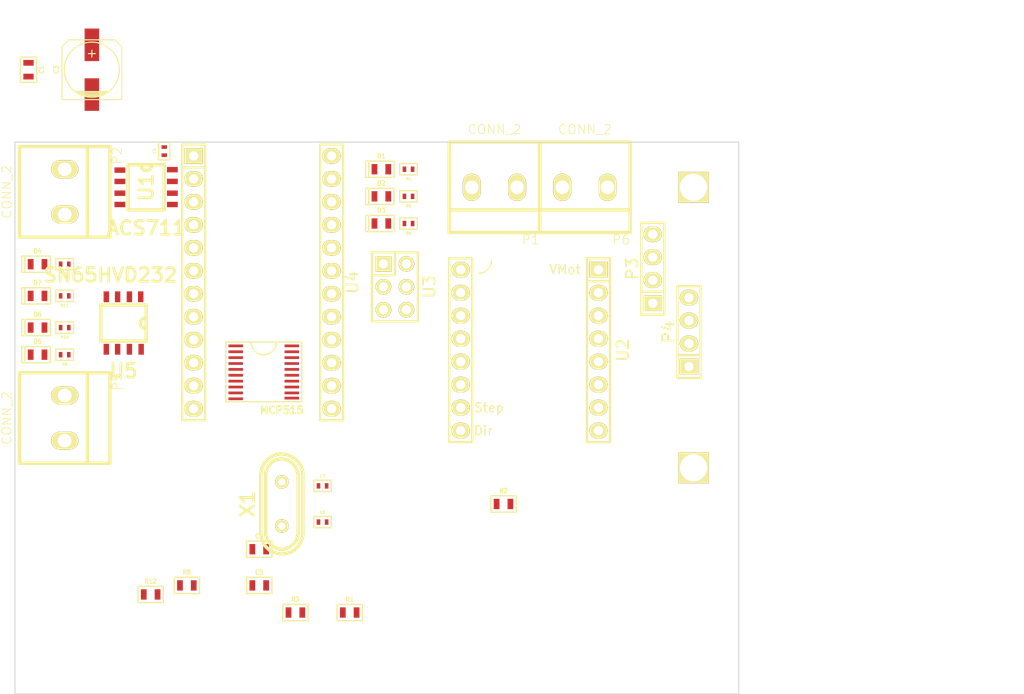
<source format=kicad_pcb>
(kicad_pcb (version 3) (host pcbnew "(2014-03-19 BZR 4756)-product")

  (general
    (links 98)
    (no_connects 98)
    (area 100 77 181 139)
    (thickness 1.6)
    (drawings 10)
    (tracks 0)
    (zones 0)
    (modules 41)
    (nets 55)
  )

  (page A4)
  (layers
    (15 F.Cu signal)
    (0 B.Cu signal)
    (16 B.Adhes user)
    (17 F.Adhes user)
    (18 B.Paste user)
    (19 F.Paste user)
    (20 B.SilkS user)
    (21 F.SilkS user)
    (22 B.Mask user)
    (23 F.Mask user)
    (24 Dwgs.User user)
    (25 Cmts.User user)
    (26 Eco1.User user)
    (27 Eco2.User user)
    (28 Edge.Cuts user)
  )

  (setup
    (last_trace_width 0.254)
    (trace_clearance 0.254)
    (zone_clearance 0.508)
    (zone_45_only no)
    (trace_min 0.254)
    (segment_width 0.2)
    (edge_width 0.1)
    (via_size 0.889)
    (via_drill 0.635)
    (via_min_size 0.889)
    (via_min_drill 0.508)
    (uvia_size 0.508)
    (uvia_drill 0.127)
    (uvias_allowed no)
    (uvia_min_size 0.508)
    (uvia_min_drill 0.127)
    (pcb_text_width 0.3)
    (pcb_text_size 1.5 1.5)
    (mod_edge_width 0.15)
    (mod_text_size 1 1)
    (mod_text_width 0.15)
    (pad_size 1.7272 2.032)
    (pad_drill 1.016)
    (pad_to_mask_clearance 0)
    (aux_axis_origin 0 0)
    (grid_origin 167.5 95)
    (visible_elements FFFFFF7F)
    (pcbplotparams
      (layerselection 3178497)
      (usegerberextensions true)
      (excludeedgelayer true)
      (linewidth 0.150000)
      (plotframeref false)
      (viasonmask false)
      (mode 1)
      (useauxorigin false)
      (hpglpennumber 1)
      (hpglpenspeed 20)
      (hpglpendiameter 15)
      (hpglpenoverlay 2)
      (psnegative false)
      (psa4output false)
      (plotreference true)
      (plotvalue true)
      (plotothertext true)
      (plotinvisibletext false)
      (padsonsilk false)
      (subtractmaskfromsilk false)
      (outputformat 1)
      (mirror false)
      (drillshape 1)
      (scaleselection 1)
      (outputdirectory ""))
  )

  (net 0 "")
  (net 1 +12V)
  (net 2 GND)
  (net 3 /Sense_Current)
  (net 4 VCC)
  (net 5 "Net-(C6-Pad2)")
  (net 6 "Net-(C7-Pad2)")
  (net 7 "Net-(D1-Pad1)")
  (net 8 "Net-(D2-Pad1)")
  (net 9 "Net-(D3-Pad1)")
  (net 10 /Fault)
  (net 11 "Net-(D4-Pad1)")
  (net 12 /CAN_Bus/TX_CAN)
  (net 13 "Net-(D5-Pad1)")
  (net 14 /CAN_Bus/RX_CAN)
  (net 15 "Net-(D6-Pad1)")
  (net 16 /CAN_Bus/CAN_INT)
  (net 17 "Net-(D7-Pad1)")
  (net 18 /2A)
  (net 19 /2B)
  (net 20 /Step)
  (net 21 /Dir)
  (net 22 /Enable)
  (net 23 /SCL)
  (net 24 /SDA)
  (net 25 /CAN_Bus/CANH)
  (net 26 /CAN_Bus/CANL)
  (net 27 /1B)
  (net 28 /1A)
  (net 29 /MS1)
  (net 30 /MS2)
  (net 31 /MS3)
  (net 32 "Net-(R8-Pad1)")
  (net 33 "Net-(R12-Pad2)")
  (net 34 /Vmot)
  (net 35 /Sense_Current_Fault)
  (net 36 "Net-(U2-Pad11)")
  (net 37 "Net-(U4-Pad24)")
  (net 38 "Net-(U4-Pad22)")
  (net 39 "Net-(U4-Pad20)")
  (net 40 "Net-(U4-Pad19)")
  (net 41 "Net-(U4-Pad18)")
  (net 42 /CAN_Bus/CAN_SCK)
  (net 43 /CAN_Bus/CAN_SO)
  (net 44 /CAN_Bus/CAN_SI)
  (net 45 /CAN_Bus/CAN_CS)
  (net 46 "Net-(U5-Pad5)")
  (net 47 "Net-(U6-Pad11)")
  (net 48 "Net-(U6-Pad12)")
  (net 49 "Net-(U6-Pad15)")
  (net 50 "Net-(U6-Pad3)")
  (net 51 "Net-(U6-Pad4)")
  (net 52 "Net-(U6-Pad5)")
  (net 53 "Net-(U6-Pad6)")
  (net 54 "Net-(U6-Pad7)")

  (net_class Default "This is the default net class."
    (clearance 0.254)
    (trace_width 0.254)
    (via_dia 0.889)
    (via_drill 0.635)
    (uvia_dia 0.508)
    (uvia_drill 0.127)
    (add_net +12V)
    (add_net /1A)
    (add_net /1B)
    (add_net /2A)
    (add_net /2B)
    (add_net /CAN_Bus/CANH)
    (add_net /CAN_Bus/CANL)
    (add_net /CAN_Bus/CAN_CS)
    (add_net /CAN_Bus/CAN_INT)
    (add_net /CAN_Bus/CAN_SCK)
    (add_net /CAN_Bus/CAN_SI)
    (add_net /CAN_Bus/CAN_SO)
    (add_net /CAN_Bus/RX_CAN)
    (add_net /CAN_Bus/TX_CAN)
    (add_net /Dir)
    (add_net /Enable)
    (add_net /Fault)
    (add_net /MS1)
    (add_net /MS2)
    (add_net /MS3)
    (add_net /SCL)
    (add_net /SDA)
    (add_net /Sense_Current)
    (add_net /Sense_Current_Fault)
    (add_net /Step)
    (add_net /Vmot)
    (add_net GND)
    (add_net "Net-(C6-Pad2)")
    (add_net "Net-(C7-Pad2)")
    (add_net "Net-(D1-Pad1)")
    (add_net "Net-(D2-Pad1)")
    (add_net "Net-(D3-Pad1)")
    (add_net "Net-(D4-Pad1)")
    (add_net "Net-(D5-Pad1)")
    (add_net "Net-(D6-Pad1)")
    (add_net "Net-(D7-Pad1)")
    (add_net "Net-(R12-Pad2)")
    (add_net "Net-(R8-Pad1)")
    (add_net "Net-(U2-Pad11)")
    (add_net "Net-(U4-Pad18)")
    (add_net "Net-(U4-Pad19)")
    (add_net "Net-(U4-Pad20)")
    (add_net "Net-(U4-Pad22)")
    (add_net "Net-(U4-Pad24)")
    (add_net "Net-(U5-Pad5)")
    (add_net "Net-(U6-Pad11)")
    (add_net "Net-(U6-Pad12)")
    (add_net "Net-(U6-Pad15)")
    (add_net "Net-(U6-Pad3)")
    (add_net "Net-(U6-Pad4)")
    (add_net "Net-(U6-Pad5)")
    (add_net "Net-(U6-Pad6)")
    (add_net "Net-(U6-Pad7)")
    (add_net VCC)
  )

  (module 10to7_sm_standard:SM0603 placed (layer F.Cu) (tedit 5380D0F9) (tstamp 5394DC57)
    (at 98.5 69 270)
    (path /53921EA1)
    (attr smd)
    (fp_text reference C1 (at 0 -1.45 270) (layer F.SilkS)
      (effects (font (size 0.508 0.4572) (thickness 0.1143)))
    )
    (fp_text value 100nF (at 0 1.425 270) (layer F.SilkS) hide
      (effects (font (size 0.508 0.4572) (thickness 0.1143)))
    )
    (fp_line (start -1.4 0.9) (end 1.4 0.9) (layer F.SilkS) (width 0.15))
    (fp_line (start 1.4 0.9) (end 1.4 -0.9) (layer F.SilkS) (width 0.15))
    (fp_line (start 1.4 -0.9) (end -1.4 -0.9) (layer F.SilkS) (width 0.15))
    (fp_line (start -1.4 -0.9) (end -1.4 0.9) (layer F.SilkS) (width 0.15))
    (pad 1 smd rect (at -0.762 0 270) (size 0.635 1.143) (layers F.Cu F.Paste F.Mask)
      (net 1 +12V))
    (pad 2 smd rect (at 0.762 0 270) (size 0.635 1.143) (layers F.Cu F.Paste F.Mask)
      (net 2 GND))
    (model smd\capacitors\C0603.wrl
      (at (xyz 0 0 0.001))
      (scale (xyz 0.5 0.5 0.5))
      (rotate (xyz 0 0 0))
    )
  )

  (module 10to7_sm_standard:SM0402 placed (layer F.Cu) (tedit 5380CFF6) (tstamp 5394DC61)
    (at 113.5 78 270)
    (path /53921C81)
    (attr smd)
    (fp_text reference C2 (at 0 1.075 270) (layer F.SilkS)
      (effects (font (size 0.3048 0.3048) (thickness 0.0762)))
    )
    (fp_text value 1nF (at 0 -0.9 270) (layer F.SilkS) hide
      (effects (font (size 0.3048 0.3048) (thickness 0.0762)))
    )
    (fp_line (start -0.975 0.625) (end 0.975 0.625) (layer F.SilkS) (width 0.15))
    (fp_line (start 0.975 0.625) (end 0.975 -0.625) (layer F.SilkS) (width 0.15))
    (fp_line (start 0.975 -0.625) (end -0.975 -0.625) (layer F.SilkS) (width 0.15))
    (fp_line (start -0.975 -0.625) (end -0.975 0.625) (layer F.SilkS) (width 0.15))
    (pad 1 smd rect (at -0.44958 0 270) (size 0.39878 0.59944) (layers F.Cu F.Paste F.Mask)
      (net 3 /Sense_Current))
    (pad 2 smd rect (at 0.44958 0 270) (size 0.39878 0.59944) (layers F.Cu F.Paste F.Mask)
      (net 2 GND))
    (model smd\chip_cms.wrl
      (at (xyz 0 0 0.002))
      (scale (xyz 0.05 0.05 0.05))
      (rotate (xyz 0 0 0))
    )
  )

  (module Capacitors_SMD:c_elec_6.3x5.3 placed (layer F.Cu) (tedit 5394DA9B) (tstamp 5394DC75)
    (at 105.5 69 90)
    (descr "SMT capacitor, aluminium electrolytic, 6.3x5.3")
    (path /53921EB5)
    (fp_text reference C3 (at 0 -3.937 90) (layer F.SilkS)
      (effects (font (size 0.50038 0.50038) (thickness 0.11938)))
    )
    (fp_text value 100uF (at 0 3.81 90) (layer F.SilkS) hide
      (effects (font (size 0.50038 0.50038) (thickness 0.11938)))
    )
    (fp_line (start -2.921 -0.762) (end -2.921 0.762) (layer F.SilkS) (width 0.127))
    (fp_line (start -2.794 1.143) (end -2.794 -1.143) (layer F.SilkS) (width 0.127))
    (fp_line (start -2.667 -1.397) (end -2.667 1.397) (layer F.SilkS) (width 0.127))
    (fp_line (start -2.54 1.651) (end -2.54 -1.651) (layer F.SilkS) (width 0.127))
    (fp_line (start -2.413 -1.778) (end -2.413 1.778) (layer F.SilkS) (width 0.127))
    (fp_circle (center 0 0) (end -3.048 0) (layer F.SilkS) (width 0.127))
    (fp_line (start -3.302 -3.302) (end -3.302 3.302) (layer F.SilkS) (width 0.127))
    (fp_line (start -3.302 3.302) (end 2.54 3.302) (layer F.SilkS) (width 0.127))
    (fp_line (start 2.54 3.302) (end 3.302 2.54) (layer F.SilkS) (width 0.127))
    (fp_line (start 3.302 2.54) (end 3.302 -2.54) (layer F.SilkS) (width 0.127))
    (fp_line (start 3.302 -2.54) (end 2.54 -3.302) (layer F.SilkS) (width 0.127))
    (fp_line (start 2.54 -3.302) (end -3.302 -3.302) (layer F.SilkS) (width 0.127))
    (fp_line (start 2.159 0) (end 1.397 0) (layer F.SilkS) (width 0.127))
    (fp_line (start 1.778 -0.381) (end 1.778 0.381) (layer F.SilkS) (width 0.127))
    (pad 1 smd rect (at 2.75082 0 90) (size 3.59918 1.6002) (layers F.Cu F.Paste F.Mask)
      (net 1 +12V))
    (pad 2 smd rect (at -2.75082 0 90) (size 3.59918 1.6002) (layers F.Cu F.Paste F.Mask)
      (net 2 GND))
    (model smd/capacitors/c_elec_6_3x5_3.wrl
      (at (xyz 0 0 0))
      (scale (xyz 1 1 1))
      (rotate (xyz 0 0 0))
    )
  )

  (module 10to7_sm_standard:SM0603 placed (layer F.Cu) (tedit 5380D0F9) (tstamp 5394DC7F)
    (at 124 122)
    (path /53921A87)
    (attr smd)
    (fp_text reference C4 (at 0 -1.45) (layer F.SilkS)
      (effects (font (size 0.508 0.4572) (thickness 0.1143)))
    )
    (fp_text value 0.1uF (at 0 1.425) (layer F.SilkS) hide
      (effects (font (size 0.508 0.4572) (thickness 0.1143)))
    )
    (fp_line (start -1.4 0.9) (end 1.4 0.9) (layer F.SilkS) (width 0.15))
    (fp_line (start 1.4 0.9) (end 1.4 -0.9) (layer F.SilkS) (width 0.15))
    (fp_line (start 1.4 -0.9) (end -1.4 -0.9) (layer F.SilkS) (width 0.15))
    (fp_line (start -1.4 -0.9) (end -1.4 0.9) (layer F.SilkS) (width 0.15))
    (pad 1 smd rect (at -0.762 0) (size 0.635 1.143) (layers F.Cu F.Paste F.Mask)
      (net 4 VCC))
    (pad 2 smd rect (at 0.762 0) (size 0.635 1.143) (layers F.Cu F.Paste F.Mask)
      (net 2 GND))
    (model smd\capacitors\C0603.wrl
      (at (xyz 0 0 0.001))
      (scale (xyz 0.5 0.5 0.5))
      (rotate (xyz 0 0 0))
    )
  )

  (module 10to7_sm_standard:SM0603 placed (layer F.Cu) (tedit 5380D0F9) (tstamp 5394DC89)
    (at 124 126)
    (path /53923164/538B0E14)
    (attr smd)
    (fp_text reference C5 (at 0 -1.45) (layer F.SilkS)
      (effects (font (size 0.508 0.4572) (thickness 0.1143)))
    )
    (fp_text value 0.1uF (at 0 1.425) (layer F.SilkS) hide
      (effects (font (size 0.508 0.4572) (thickness 0.1143)))
    )
    (fp_line (start -1.4 0.9) (end 1.4 0.9) (layer F.SilkS) (width 0.15))
    (fp_line (start 1.4 0.9) (end 1.4 -0.9) (layer F.SilkS) (width 0.15))
    (fp_line (start 1.4 -0.9) (end -1.4 -0.9) (layer F.SilkS) (width 0.15))
    (fp_line (start -1.4 -0.9) (end -1.4 0.9) (layer F.SilkS) (width 0.15))
    (pad 1 smd rect (at -0.762 0) (size 0.635 1.143) (layers F.Cu F.Paste F.Mask)
      (net 4 VCC))
    (pad 2 smd rect (at 0.762 0) (size 0.635 1.143) (layers F.Cu F.Paste F.Mask)
      (net 2 GND))
    (model smd\capacitors\C0603.wrl
      (at (xyz 0 0 0.001))
      (scale (xyz 0.5 0.5 0.5))
      (rotate (xyz 0 0 0))
    )
  )

  (module 10to7_sm_standard:SM0402 placed (layer F.Cu) (tedit 5380CFF6) (tstamp 5394DC93)
    (at 131 119 180)
    (path /53923164/538B0EA1)
    (attr smd)
    (fp_text reference C6 (at 0 1.075 180) (layer F.SilkS)
      (effects (font (size 0.3048 0.3048) (thickness 0.0762)))
    )
    (fp_text value 18pF (at 0 -0.9 180) (layer F.SilkS) hide
      (effects (font (size 0.3048 0.3048) (thickness 0.0762)))
    )
    (fp_line (start -0.975 0.625) (end 0.975 0.625) (layer F.SilkS) (width 0.15))
    (fp_line (start 0.975 0.625) (end 0.975 -0.625) (layer F.SilkS) (width 0.15))
    (fp_line (start 0.975 -0.625) (end -0.975 -0.625) (layer F.SilkS) (width 0.15))
    (fp_line (start -0.975 -0.625) (end -0.975 0.625) (layer F.SilkS) (width 0.15))
    (pad 1 smd rect (at -0.44958 0 180) (size 0.39878 0.59944) (layers F.Cu F.Paste F.Mask)
      (net 2 GND))
    (pad 2 smd rect (at 0.44958 0 180) (size 0.39878 0.59944) (layers F.Cu F.Paste F.Mask)
      (net 5 "Net-(C6-Pad2)"))
    (model smd\chip_cms.wrl
      (at (xyz 0 0 0.002))
      (scale (xyz 0.05 0.05 0.05))
      (rotate (xyz 0 0 0))
    )
  )

  (module 10to7_sm_standard:SM0402 placed (layer F.Cu) (tedit 5380CFF6) (tstamp 5394DC9D)
    (at 131 115 180)
    (path /53923164/538B0EA7)
    (attr smd)
    (fp_text reference C7 (at 0 1.075 180) (layer F.SilkS)
      (effects (font (size 0.3048 0.3048) (thickness 0.0762)))
    )
    (fp_text value 18pF (at 0 -0.9 180) (layer F.SilkS) hide
      (effects (font (size 0.3048 0.3048) (thickness 0.0762)))
    )
    (fp_line (start -0.975 0.625) (end 0.975 0.625) (layer F.SilkS) (width 0.15))
    (fp_line (start 0.975 0.625) (end 0.975 -0.625) (layer F.SilkS) (width 0.15))
    (fp_line (start 0.975 -0.625) (end -0.975 -0.625) (layer F.SilkS) (width 0.15))
    (fp_line (start -0.975 -0.625) (end -0.975 0.625) (layer F.SilkS) (width 0.15))
    (pad 1 smd rect (at -0.44958 0 180) (size 0.39878 0.59944) (layers F.Cu F.Paste F.Mask)
      (net 2 GND))
    (pad 2 smd rect (at 0.44958 0 180) (size 0.39878 0.59944) (layers F.Cu F.Paste F.Mask)
      (net 6 "Net-(C7-Pad2)"))
    (model smd\chip_cms.wrl
      (at (xyz 0 0 0.002))
      (scale (xyz 0.05 0.05 0.05))
      (rotate (xyz 0 0 0))
    )
  )

  (module 10to7_sm_standard:SM0603_Polarity placed (layer F.Cu) (tedit 5380D35E) (tstamp 5394DCAA)
    (at 137.5 80)
    (path /53922A40)
    (attr smd)
    (fp_text reference D1 (at 0 -1.45) (layer F.SilkS)
      (effects (font (size 0.508 0.4572) (thickness 0.1143)))
    )
    (fp_text value LED (at 0 1.425) (layer F.SilkS) hide
      (effects (font (size 0.508 0.4572) (thickness 0.1143)))
    )
    (fp_line (start -1.4 -0.9) (end -1.75 -0.9) (layer F.SilkS) (width 0.15))
    (fp_line (start -1.75 -0.9) (end -1.75 0.9) (layer F.SilkS) (width 0.15))
    (fp_line (start -1.75 0.9) (end -1.4 0.9) (layer F.SilkS) (width 0.15))
    (fp_line (start -1.4 0.9) (end 1.4 0.9) (layer F.SilkS) (width 0.15))
    (fp_line (start 1.4 0.9) (end 1.4 -0.9) (layer F.SilkS) (width 0.15))
    (fp_line (start 1.4 -0.9) (end -1.4 -0.9) (layer F.SilkS) (width 0.15))
    (fp_line (start -1.4 -0.9) (end -1.4 0.9) (layer F.SilkS) (width 0.15))
    (pad 2 smd rect (at -0.762 0) (size 0.635 1.143) (layers F.Cu F.Paste F.Mask)
      (net 2 GND))
    (pad 1 smd rect (at 0.762 0) (size 0.635 1.143) (layers F.Cu F.Paste F.Mask)
      (net 7 "Net-(D1-Pad1)"))
    (model smd\capacitors\C0603.wrl
      (at (xyz 0 0 0.001))
      (scale (xyz 0.5 0.5 0.5))
      (rotate (xyz 0 0 0))
    )
  )

  (module 10to7_sm_standard:SM0603_Polarity placed (layer F.Cu) (tedit 5380D35E) (tstamp 5394DCB7)
    (at 137.5 83)
    (path /53922B9B)
    (attr smd)
    (fp_text reference D2 (at 0 -1.45) (layer F.SilkS)
      (effects (font (size 0.508 0.4572) (thickness 0.1143)))
    )
    (fp_text value LED (at 0 1.425) (layer F.SilkS) hide
      (effects (font (size 0.508 0.4572) (thickness 0.1143)))
    )
    (fp_line (start -1.4 -0.9) (end -1.75 -0.9) (layer F.SilkS) (width 0.15))
    (fp_line (start -1.75 -0.9) (end -1.75 0.9) (layer F.SilkS) (width 0.15))
    (fp_line (start -1.75 0.9) (end -1.4 0.9) (layer F.SilkS) (width 0.15))
    (fp_line (start -1.4 0.9) (end 1.4 0.9) (layer F.SilkS) (width 0.15))
    (fp_line (start 1.4 0.9) (end 1.4 -0.9) (layer F.SilkS) (width 0.15))
    (fp_line (start 1.4 -0.9) (end -1.4 -0.9) (layer F.SilkS) (width 0.15))
    (fp_line (start -1.4 -0.9) (end -1.4 0.9) (layer F.SilkS) (width 0.15))
    (pad 2 smd rect (at -0.762 0) (size 0.635 1.143) (layers F.Cu F.Paste F.Mask)
      (net 2 GND))
    (pad 1 smd rect (at 0.762 0) (size 0.635 1.143) (layers F.Cu F.Paste F.Mask)
      (net 8 "Net-(D2-Pad1)"))
    (model smd\capacitors\C0603.wrl
      (at (xyz 0 0 0.001))
      (scale (xyz 0.5 0.5 0.5))
      (rotate (xyz 0 0 0))
    )
  )

  (module 10to7_sm_standard:SM0603_Polarity placed (layer F.Cu) (tedit 5380D35E) (tstamp 5394DCC4)
    (at 137.5 86)
    (path /53922BB2)
    (attr smd)
    (fp_text reference D3 (at 0 -1.45) (layer F.SilkS)
      (effects (font (size 0.508 0.4572) (thickness 0.1143)))
    )
    (fp_text value LED (at 0 1.425) (layer F.SilkS) hide
      (effects (font (size 0.508 0.4572) (thickness 0.1143)))
    )
    (fp_line (start -1.4 -0.9) (end -1.75 -0.9) (layer F.SilkS) (width 0.15))
    (fp_line (start -1.75 -0.9) (end -1.75 0.9) (layer F.SilkS) (width 0.15))
    (fp_line (start -1.75 0.9) (end -1.4 0.9) (layer F.SilkS) (width 0.15))
    (fp_line (start -1.4 0.9) (end 1.4 0.9) (layer F.SilkS) (width 0.15))
    (fp_line (start 1.4 0.9) (end 1.4 -0.9) (layer F.SilkS) (width 0.15))
    (fp_line (start 1.4 -0.9) (end -1.4 -0.9) (layer F.SilkS) (width 0.15))
    (fp_line (start -1.4 -0.9) (end -1.4 0.9) (layer F.SilkS) (width 0.15))
    (pad 2 smd rect (at -0.762 0) (size 0.635 1.143) (layers F.Cu F.Paste F.Mask)
      (net 2 GND))
    (pad 1 smd rect (at 0.762 0) (size 0.635 1.143) (layers F.Cu F.Paste F.Mask)
      (net 9 "Net-(D3-Pad1)"))
    (model smd\capacitors\C0603.wrl
      (at (xyz 0 0 0.001))
      (scale (xyz 0.5 0.5 0.5))
      (rotate (xyz 0 0 0))
    )
  )

  (module 10to7_sm_standard:SM0603_Polarity placed (layer F.Cu) (tedit 5380D35E) (tstamp 5394DCD1)
    (at 99.5 90.5)
    (path /5392571D)
    (attr smd)
    (fp_text reference D4 (at 0 -1.45) (layer F.SilkS)
      (effects (font (size 0.508 0.4572) (thickness 0.1143)))
    )
    (fp_text value LED (at 0 1.425) (layer F.SilkS) hide
      (effects (font (size 0.508 0.4572) (thickness 0.1143)))
    )
    (fp_line (start -1.4 -0.9) (end -1.75 -0.9) (layer F.SilkS) (width 0.15))
    (fp_line (start -1.75 -0.9) (end -1.75 0.9) (layer F.SilkS) (width 0.15))
    (fp_line (start -1.75 0.9) (end -1.4 0.9) (layer F.SilkS) (width 0.15))
    (fp_line (start -1.4 0.9) (end 1.4 0.9) (layer F.SilkS) (width 0.15))
    (fp_line (start 1.4 0.9) (end 1.4 -0.9) (layer F.SilkS) (width 0.15))
    (fp_line (start 1.4 -0.9) (end -1.4 -0.9) (layer F.SilkS) (width 0.15))
    (fp_line (start -1.4 -0.9) (end -1.4 0.9) (layer F.SilkS) (width 0.15))
    (pad 2 smd rect (at -0.762 0) (size 0.635 1.143) (layers F.Cu F.Paste F.Mask)
      (net 10 /Fault))
    (pad 1 smd rect (at 0.762 0) (size 0.635 1.143) (layers F.Cu F.Paste F.Mask)
      (net 11 "Net-(D4-Pad1)"))
    (model smd\capacitors\C0603.wrl
      (at (xyz 0 0 0.001))
      (scale (xyz 0.5 0.5 0.5))
      (rotate (xyz 0 0 0))
    )
  )

  (module 10to7_sm_standard:SM0603_Polarity placed (layer F.Cu) (tedit 5380D35E) (tstamp 5394DCDE)
    (at 99.5 100.5)
    (path /53923164/538B25BE)
    (attr smd)
    (fp_text reference D5 (at 0 -1.45) (layer F.SilkS)
      (effects (font (size 0.508 0.4572) (thickness 0.1143)))
    )
    (fp_text value LED (at 0 1.425) (layer F.SilkS) hide
      (effects (font (size 0.508 0.4572) (thickness 0.1143)))
    )
    (fp_line (start -1.4 -0.9) (end -1.75 -0.9) (layer F.SilkS) (width 0.15))
    (fp_line (start -1.75 -0.9) (end -1.75 0.9) (layer F.SilkS) (width 0.15))
    (fp_line (start -1.75 0.9) (end -1.4 0.9) (layer F.SilkS) (width 0.15))
    (fp_line (start -1.4 0.9) (end 1.4 0.9) (layer F.SilkS) (width 0.15))
    (fp_line (start 1.4 0.9) (end 1.4 -0.9) (layer F.SilkS) (width 0.15))
    (fp_line (start 1.4 -0.9) (end -1.4 -0.9) (layer F.SilkS) (width 0.15))
    (fp_line (start -1.4 -0.9) (end -1.4 0.9) (layer F.SilkS) (width 0.15))
    (pad 2 smd rect (at -0.762 0) (size 0.635 1.143) (layers F.Cu F.Paste F.Mask)
      (net 12 /CAN_Bus/TX_CAN))
    (pad 1 smd rect (at 0.762 0) (size 0.635 1.143) (layers F.Cu F.Paste F.Mask)
      (net 13 "Net-(D5-Pad1)"))
    (model smd\capacitors\C0603.wrl
      (at (xyz 0 0 0.001))
      (scale (xyz 0.5 0.5 0.5))
      (rotate (xyz 0 0 0))
    )
  )

  (module 10to7_sm_standard:SM0603_Polarity placed (layer F.Cu) (tedit 5380D35E) (tstamp 5394DCEB)
    (at 99.5 97.5)
    (path /53923164/538B2673)
    (attr smd)
    (fp_text reference D6 (at 0 -1.45) (layer F.SilkS)
      (effects (font (size 0.508 0.4572) (thickness 0.1143)))
    )
    (fp_text value LED (at 0 1.425) (layer F.SilkS) hide
      (effects (font (size 0.508 0.4572) (thickness 0.1143)))
    )
    (fp_line (start -1.4 -0.9) (end -1.75 -0.9) (layer F.SilkS) (width 0.15))
    (fp_line (start -1.75 -0.9) (end -1.75 0.9) (layer F.SilkS) (width 0.15))
    (fp_line (start -1.75 0.9) (end -1.4 0.9) (layer F.SilkS) (width 0.15))
    (fp_line (start -1.4 0.9) (end 1.4 0.9) (layer F.SilkS) (width 0.15))
    (fp_line (start 1.4 0.9) (end 1.4 -0.9) (layer F.SilkS) (width 0.15))
    (fp_line (start 1.4 -0.9) (end -1.4 -0.9) (layer F.SilkS) (width 0.15))
    (fp_line (start -1.4 -0.9) (end -1.4 0.9) (layer F.SilkS) (width 0.15))
    (pad 2 smd rect (at -0.762 0) (size 0.635 1.143) (layers F.Cu F.Paste F.Mask)
      (net 14 /CAN_Bus/RX_CAN))
    (pad 1 smd rect (at 0.762 0) (size 0.635 1.143) (layers F.Cu F.Paste F.Mask)
      (net 15 "Net-(D6-Pad1)"))
    (model smd\capacitors\C0603.wrl
      (at (xyz 0 0 0.001))
      (scale (xyz 0.5 0.5 0.5))
      (rotate (xyz 0 0 0))
    )
  )

  (module 10to7_sm_standard:SM0603_Polarity placed (layer F.Cu) (tedit 5380D35E) (tstamp 5394DCF8)
    (at 99.5 94)
    (path /53923164/538B2687)
    (attr smd)
    (fp_text reference D7 (at 0 -1.45) (layer F.SilkS)
      (effects (font (size 0.508 0.4572) (thickness 0.1143)))
    )
    (fp_text value LED (at 0 1.425) (layer F.SilkS) hide
      (effects (font (size 0.508 0.4572) (thickness 0.1143)))
    )
    (fp_line (start -1.4 -0.9) (end -1.75 -0.9) (layer F.SilkS) (width 0.15))
    (fp_line (start -1.75 -0.9) (end -1.75 0.9) (layer F.SilkS) (width 0.15))
    (fp_line (start -1.75 0.9) (end -1.4 0.9) (layer F.SilkS) (width 0.15))
    (fp_line (start -1.4 0.9) (end 1.4 0.9) (layer F.SilkS) (width 0.15))
    (fp_line (start 1.4 0.9) (end 1.4 -0.9) (layer F.SilkS) (width 0.15))
    (fp_line (start 1.4 -0.9) (end -1.4 -0.9) (layer F.SilkS) (width 0.15))
    (fp_line (start -1.4 -0.9) (end -1.4 0.9) (layer F.SilkS) (width 0.15))
    (pad 2 smd rect (at -0.762 0) (size 0.635 1.143) (layers F.Cu F.Paste F.Mask)
      (net 16 /CAN_Bus/CAN_INT))
    (pad 1 smd rect (at 0.762 0) (size 0.635 1.143) (layers F.Cu F.Paste F.Mask)
      (net 17 "Net-(D7-Pad1)"))
    (model smd\capacitors\C0603.wrl
      (at (xyz 0 0 0.001))
      (scale (xyz 0.5 0.5 0.5))
      (rotate (xyz 0 0 0))
    )
  )

  (module 10to7_connectors:2_Pin_Screw_5mm_Pitch placed (layer F.Cu) (tedit 5370700A) (tstamp 5394DD03)
    (at 150 82 180)
    (path /5394D9C7)
    (attr virtual)
    (fp_text reference P1 (at -4.0005 -5.79882 180) (layer F.SilkS)
      (effects (font (size 1.016 1.016) (thickness 0.0889)))
    )
    (fp_text value CONN_2 (at 0 6.4008 180) (layer F.SilkS)
      (effects (font (size 1.016 1.016) (thickness 0.0889)))
    )
    (fp_line (start -5.00126 -2.49936) (end 5.00126 -2.49936) (layer F.SilkS) (width 0.381))
    (fp_line (start -5.00126 -5.00126) (end -5.00126 5.00126) (layer F.SilkS) (width 0.381))
    (fp_line (start -5.00126 5.00126) (end 5.00126 5.00126) (layer F.SilkS) (width 0.381))
    (fp_line (start 5.00126 5.00126) (end 5.00126 -5.00126) (layer F.SilkS) (width 0.381))
    (fp_line (start 5.00126 -5.00126) (end -5.00126 -5.00126) (layer F.SilkS) (width 0.381))
    (pad 1 thru_hole oval (at -2.49936 0 180) (size 1.99898 3.01498) (drill 1.50114) (layers *.Cu F.Paste F.SilkS B.Mask)
      (net 18 /2A))
    (pad 2 thru_hole oval (at 2.49936 0 180) (size 1.99898 3.01498) (drill 1.50114) (layers *.Cu F.Paste F.SilkS B.Mask)
      (net 19 /2B))
  )

  (module 10to7_connectors:2_Pin_Screw_5mm_Pitch placed (layer F.Cu) (tedit 5370700A) (tstamp 5394DD0E)
    (at 102.5 82.5 270)
    (path /53922084)
    (attr virtual)
    (fp_text reference P2 (at -4.0005 -5.79882 270) (layer F.SilkS)
      (effects (font (size 1.016 1.016) (thickness 0.0889)))
    )
    (fp_text value CONN_2 (at 0 6.4008 270) (layer F.SilkS)
      (effects (font (size 1.016 1.016) (thickness 0.0889)))
    )
    (fp_line (start -5.00126 -2.49936) (end 5.00126 -2.49936) (layer F.SilkS) (width 0.381))
    (fp_line (start -5.00126 -5.00126) (end -5.00126 5.00126) (layer F.SilkS) (width 0.381))
    (fp_line (start -5.00126 5.00126) (end 5.00126 5.00126) (layer F.SilkS) (width 0.381))
    (fp_line (start 5.00126 5.00126) (end 5.00126 -5.00126) (layer F.SilkS) (width 0.381))
    (fp_line (start 5.00126 -5.00126) (end -5.00126 -5.00126) (layer F.SilkS) (width 0.381))
    (pad 1 thru_hole oval (at -2.49936 0 270) (size 1.99898 3.01498) (drill 1.50114) (layers *.Cu F.Paste F.SilkS B.Mask)
      (net 1 +12V))
    (pad 2 thru_hole oval (at 2.49936 0 270) (size 1.99898 3.01498) (drill 1.50114) (layers *.Cu F.Paste F.SilkS B.Mask)
      (net 2 GND))
  )

  (module Pin_Headers:Pin_Header_Straight_1x04 placed (layer F.Cu) (tedit 5394DA95) (tstamp 5394DD1D)
    (at 167.5 91 90)
    (descr "1 pin")
    (tags "CONN DEV")
    (path /539221F4)
    (fp_text reference P3 (at 0 -2.286 90) (layer F.SilkS)
      (effects (font (size 1.27 1.27) (thickness 0.2032)))
    )
    (fp_text value CONN_4 (at 0 0 90) (layer F.SilkS) hide
      (effects (font (size 1.27 1.27) (thickness 0.2032)))
    )
    (fp_line (start -2.54 1.27) (end 5.08 1.27) (layer F.SilkS) (width 0.254))
    (fp_line (start -2.54 -1.27) (end 5.08 -1.27) (layer F.SilkS) (width 0.254))
    (fp_line (start -5.08 -1.27) (end -2.54 -1.27) (layer F.SilkS) (width 0.254))
    (fp_line (start 5.08 1.27) (end 5.08 -1.27) (layer F.SilkS) (width 0.254))
    (fp_line (start -2.54 -1.27) (end -2.54 1.27) (layer F.SilkS) (width 0.254))
    (fp_line (start -5.08 -1.27) (end -5.08 1.27) (layer F.SilkS) (width 0.254))
    (fp_line (start -5.08 1.27) (end -2.54 1.27) (layer F.SilkS) (width 0.254))
    (pad 1 thru_hole rect (at -3.81 0 90) (size 1.7272 2.032) (drill 1.016) (layers *.Cu *.Mask F.SilkS)
      (net 20 /Step))
    (pad 2 thru_hole oval (at -1.27 0 90) (size 1.7272 2.032) (drill 1.016) (layers *.Cu *.Mask F.SilkS)
      (net 21 /Dir))
    (pad 3 thru_hole oval (at 1.27 0 90) (size 1.7272 2.032) (drill 1.016) (layers *.Cu *.Mask F.SilkS)
      (net 22 /Enable))
    (pad 4 thru_hole oval (at 3.81 0 90) (size 1.7272 2.032) (drill 1.016) (layers *.Cu *.Mask F.SilkS)
      (net 2 GND))
    (model Pin_Headers/Pin_Header_Straight_1x04.wrl
      (at (xyz 0 0 0))
      (scale (xyz 1 1 1))
      (rotate (xyz 0 0 0))
    )
  )

  (module Pin_Headers:Pin_Header_Straight_1x04 placed (layer F.Cu) (tedit 5394DA95) (tstamp 5394DD2C)
    (at 171.5 98 90)
    (descr "1 pin")
    (tags "CONN DEV")
    (path /5392528D)
    (fp_text reference P4 (at 0 -2.286 90) (layer F.SilkS)
      (effects (font (size 1.27 1.27) (thickness 0.2032)))
    )
    (fp_text value CONN_4 (at 0 0 90) (layer F.SilkS) hide
      (effects (font (size 1.27 1.27) (thickness 0.2032)))
    )
    (fp_line (start -2.54 1.27) (end 5.08 1.27) (layer F.SilkS) (width 0.254))
    (fp_line (start -2.54 -1.27) (end 5.08 -1.27) (layer F.SilkS) (width 0.254))
    (fp_line (start -5.08 -1.27) (end -2.54 -1.27) (layer F.SilkS) (width 0.254))
    (fp_line (start 5.08 1.27) (end 5.08 -1.27) (layer F.SilkS) (width 0.254))
    (fp_line (start -2.54 -1.27) (end -2.54 1.27) (layer F.SilkS) (width 0.254))
    (fp_line (start -5.08 -1.27) (end -5.08 1.27) (layer F.SilkS) (width 0.254))
    (fp_line (start -5.08 1.27) (end -2.54 1.27) (layer F.SilkS) (width 0.254))
    (pad 1 thru_hole rect (at -3.81 0 90) (size 1.7272 2.032) (drill 1.016) (layers *.Cu *.Mask F.SilkS)
      (net 23 /SCL))
    (pad 2 thru_hole oval (at -1.27 0 90) (size 1.7272 2.032) (drill 1.016) (layers *.Cu *.Mask F.SilkS)
      (net 24 /SDA))
    (pad 3 thru_hole oval (at 1.27 0 90) (size 1.7272 2.032) (drill 1.016) (layers *.Cu *.Mask F.SilkS)
      (net 4 VCC))
    (pad 4 thru_hole oval (at 3.81 0 90) (size 1.7272 2.032) (drill 1.016) (layers *.Cu *.Mask F.SilkS)
      (net 2 GND))
    (model Pin_Headers/Pin_Header_Straight_1x04.wrl
      (at (xyz 0 0 0))
      (scale (xyz 1 1 1))
      (rotate (xyz 0 0 0))
    )
  )

  (module 10to7_connectors:2_Pin_Screw_5mm_Pitch placed (layer F.Cu) (tedit 5370700A) (tstamp 5394DD37)
    (at 102.5 107.5 270)
    (path /53923164/538B1557)
    (attr virtual)
    (fp_text reference P5 (at -4.0005 -5.79882 270) (layer F.SilkS)
      (effects (font (size 1.016 1.016) (thickness 0.0889)))
    )
    (fp_text value CONN_2 (at 0 6.4008 270) (layer F.SilkS)
      (effects (font (size 1.016 1.016) (thickness 0.0889)))
    )
    (fp_line (start -5.00126 -2.49936) (end 5.00126 -2.49936) (layer F.SilkS) (width 0.381))
    (fp_line (start -5.00126 -5.00126) (end -5.00126 5.00126) (layer F.SilkS) (width 0.381))
    (fp_line (start -5.00126 5.00126) (end 5.00126 5.00126) (layer F.SilkS) (width 0.381))
    (fp_line (start 5.00126 5.00126) (end 5.00126 -5.00126) (layer F.SilkS) (width 0.381))
    (fp_line (start 5.00126 -5.00126) (end -5.00126 -5.00126) (layer F.SilkS) (width 0.381))
    (pad 1 thru_hole oval (at -2.49936 0 270) (size 1.99898 3.01498) (drill 1.50114) (layers *.Cu F.Paste F.SilkS B.Mask)
      (net 25 /CAN_Bus/CANH))
    (pad 2 thru_hole oval (at 2.49936 0 270) (size 1.99898 3.01498) (drill 1.50114) (layers *.Cu F.Paste F.SilkS B.Mask)
      (net 26 /CAN_Bus/CANL))
  )

  (module 10to7_connectors:2_Pin_Screw_5mm_Pitch placed (layer F.Cu) (tedit 5370700A) (tstamp 5394DD42)
    (at 160 82 180)
    (path /5394D9DB)
    (attr virtual)
    (fp_text reference P6 (at -4.0005 -5.79882 180) (layer F.SilkS)
      (effects (font (size 1.016 1.016) (thickness 0.0889)))
    )
    (fp_text value CONN_2 (at 0 6.4008 180) (layer F.SilkS)
      (effects (font (size 1.016 1.016) (thickness 0.0889)))
    )
    (fp_line (start -5.00126 -2.49936) (end 5.00126 -2.49936) (layer F.SilkS) (width 0.381))
    (fp_line (start -5.00126 -5.00126) (end -5.00126 5.00126) (layer F.SilkS) (width 0.381))
    (fp_line (start -5.00126 5.00126) (end 5.00126 5.00126) (layer F.SilkS) (width 0.381))
    (fp_line (start 5.00126 5.00126) (end 5.00126 -5.00126) (layer F.SilkS) (width 0.381))
    (fp_line (start 5.00126 -5.00126) (end -5.00126 -5.00126) (layer F.SilkS) (width 0.381))
    (pad 1 thru_hole oval (at -2.49936 0 180) (size 1.99898 3.01498) (drill 1.50114) (layers *.Cu F.Paste F.SilkS B.Mask)
      (net 27 /1B))
    (pad 2 thru_hole oval (at 2.49936 0 180) (size 1.99898 3.01498) (drill 1.50114) (layers *.Cu F.Paste F.SilkS B.Mask)
      (net 28 /1A))
  )

  (module 10to7_sm_standard:SM0603 placed (layer F.Cu) (tedit 5380D0F9) (tstamp 5394DD4C)
    (at 134 129)
    (path /53920A79)
    (attr smd)
    (fp_text reference R1 (at 0 -1.45) (layer F.SilkS)
      (effects (font (size 0.508 0.4572) (thickness 0.1143)))
    )
    (fp_text value 10k (at 0 1.425) (layer F.SilkS) hide
      (effects (font (size 0.508 0.4572) (thickness 0.1143)))
    )
    (fp_line (start -1.4 0.9) (end 1.4 0.9) (layer F.SilkS) (width 0.15))
    (fp_line (start 1.4 0.9) (end 1.4 -0.9) (layer F.SilkS) (width 0.15))
    (fp_line (start 1.4 -0.9) (end -1.4 -0.9) (layer F.SilkS) (width 0.15))
    (fp_line (start -1.4 -0.9) (end -1.4 0.9) (layer F.SilkS) (width 0.15))
    (pad 1 smd rect (at -0.762 0) (size 0.635 1.143) (layers F.Cu F.Paste F.Mask)
      (net 4 VCC))
    (pad 2 smd rect (at 0.762 0) (size 0.635 1.143) (layers F.Cu F.Paste F.Mask)
      (net 22 /Enable))
    (model smd\capacitors\C0603.wrl
      (at (xyz 0 0 0.001))
      (scale (xyz 0.5 0.5 0.5))
      (rotate (xyz 0 0 0))
    )
  )

  (module 10to7_sm_standard:SM0603 placed (layer F.Cu) (tedit 5380D0F9) (tstamp 5394DD56)
    (at 151 117)
    (path /53921A9B)
    (attr smd)
    (fp_text reference R2 (at 0 -1.45) (layer F.SilkS)
      (effects (font (size 0.508 0.4572) (thickness 0.1143)))
    )
    (fp_text value 15K (at 0 1.425) (layer F.SilkS) hide
      (effects (font (size 0.508 0.4572) (thickness 0.1143)))
    )
    (fp_line (start -1.4 0.9) (end 1.4 0.9) (layer F.SilkS) (width 0.15))
    (fp_line (start 1.4 0.9) (end 1.4 -0.9) (layer F.SilkS) (width 0.15))
    (fp_line (start 1.4 -0.9) (end -1.4 -0.9) (layer F.SilkS) (width 0.15))
    (fp_line (start -1.4 -0.9) (end -1.4 0.9) (layer F.SilkS) (width 0.15))
    (pad 1 smd rect (at -0.762 0) (size 0.635 1.143) (layers F.Cu F.Paste F.Mask)
      (net 4 VCC))
    (pad 2 smd rect (at 0.762 0) (size 0.635 1.143) (layers F.Cu F.Paste F.Mask)
      (net 4 VCC))
    (model smd\capacitors\C0603.wrl
      (at (xyz 0 0 0.001))
      (scale (xyz 0.5 0.5 0.5))
      (rotate (xyz 0 0 0))
    )
  )

  (module 10to7_sm_standard:SM0603 placed (layer F.Cu) (tedit 5380D0F9) (tstamp 5394DD60)
    (at 128 129)
    (path /53920A97)
    (attr smd)
    (fp_text reference R3 (at 0 -1.45) (layer F.SilkS)
      (effects (font (size 0.508 0.4572) (thickness 0.1143)))
    )
    (fp_text value 100K (at 0 1.425) (layer F.SilkS) hide
      (effects (font (size 0.508 0.4572) (thickness 0.1143)))
    )
    (fp_line (start -1.4 0.9) (end 1.4 0.9) (layer F.SilkS) (width 0.15))
    (fp_line (start 1.4 0.9) (end 1.4 -0.9) (layer F.SilkS) (width 0.15))
    (fp_line (start 1.4 -0.9) (end -1.4 -0.9) (layer F.SilkS) (width 0.15))
    (fp_line (start -1.4 -0.9) (end -1.4 0.9) (layer F.SilkS) (width 0.15))
    (pad 1 smd rect (at -0.762 0) (size 0.635 1.143) (layers F.Cu F.Paste F.Mask)
      (net 2 GND))
    (pad 2 smd rect (at 0.762 0) (size 0.635 1.143) (layers F.Cu F.Paste F.Mask)
      (net 29 /MS1))
    (model smd\capacitors\C0603.wrl
      (at (xyz 0 0 0.001))
      (scale (xyz 0.5 0.5 0.5))
      (rotate (xyz 0 0 0))
    )
  )

  (module 10to7_sm_standard:SM0402 placed (layer F.Cu) (tedit 5380CFF6) (tstamp 5394DD6A)
    (at 140.5 80)
    (path /53922A20)
    (attr smd)
    (fp_text reference R4 (at 0 1.075) (layer F.SilkS)
      (effects (font (size 0.3048 0.3048) (thickness 0.0762)))
    )
    (fp_text value 560 (at 0 -0.9) (layer F.SilkS) hide
      (effects (font (size 0.3048 0.3048) (thickness 0.0762)))
    )
    (fp_line (start -0.975 0.625) (end 0.975 0.625) (layer F.SilkS) (width 0.15))
    (fp_line (start 0.975 0.625) (end 0.975 -0.625) (layer F.SilkS) (width 0.15))
    (fp_line (start 0.975 -0.625) (end -0.975 -0.625) (layer F.SilkS) (width 0.15))
    (fp_line (start -0.975 -0.625) (end -0.975 0.625) (layer F.SilkS) (width 0.15))
    (pad 1 smd rect (at -0.44958 0) (size 0.39878 0.59944) (layers F.Cu F.Paste F.Mask)
      (net 7 "Net-(D1-Pad1)"))
    (pad 2 smd rect (at 0.44958 0) (size 0.39878 0.59944) (layers F.Cu F.Paste F.Mask)
      (net 29 /MS1))
    (model smd\chip_cms.wrl
      (at (xyz 0 0 0.002))
      (scale (xyz 0.05 0.05 0.05))
      (rotate (xyz 0 0 0))
    )
  )

  (module 10to7_sm_standard:SM0402 placed (layer F.Cu) (tedit 5380CFF6) (tstamp 5394DD74)
    (at 140.5 83)
    (path /53922B95)
    (attr smd)
    (fp_text reference R5 (at 0 1.075) (layer F.SilkS)
      (effects (font (size 0.3048 0.3048) (thickness 0.0762)))
    )
    (fp_text value 560 (at 0 -0.9) (layer F.SilkS) hide
      (effects (font (size 0.3048 0.3048) (thickness 0.0762)))
    )
    (fp_line (start -0.975 0.625) (end 0.975 0.625) (layer F.SilkS) (width 0.15))
    (fp_line (start 0.975 0.625) (end 0.975 -0.625) (layer F.SilkS) (width 0.15))
    (fp_line (start 0.975 -0.625) (end -0.975 -0.625) (layer F.SilkS) (width 0.15))
    (fp_line (start -0.975 -0.625) (end -0.975 0.625) (layer F.SilkS) (width 0.15))
    (pad 1 smd rect (at -0.44958 0) (size 0.39878 0.59944) (layers F.Cu F.Paste F.Mask)
      (net 8 "Net-(D2-Pad1)"))
    (pad 2 smd rect (at 0.44958 0) (size 0.39878 0.59944) (layers F.Cu F.Paste F.Mask)
      (net 30 /MS2))
    (model smd\chip_cms.wrl
      (at (xyz 0 0 0.002))
      (scale (xyz 0.05 0.05 0.05))
      (rotate (xyz 0 0 0))
    )
  )

  (module 10to7_sm_standard:SM0402 placed (layer F.Cu) (tedit 5380CFF6) (tstamp 5394DD7E)
    (at 140.5 86)
    (path /53922BAC)
    (attr smd)
    (fp_text reference R6 (at 0 1.075) (layer F.SilkS)
      (effects (font (size 0.3048 0.3048) (thickness 0.0762)))
    )
    (fp_text value 560 (at 0 -0.9) (layer F.SilkS) hide
      (effects (font (size 0.3048 0.3048) (thickness 0.0762)))
    )
    (fp_line (start -0.975 0.625) (end 0.975 0.625) (layer F.SilkS) (width 0.15))
    (fp_line (start 0.975 0.625) (end 0.975 -0.625) (layer F.SilkS) (width 0.15))
    (fp_line (start 0.975 -0.625) (end -0.975 -0.625) (layer F.SilkS) (width 0.15))
    (fp_line (start -0.975 -0.625) (end -0.975 0.625) (layer F.SilkS) (width 0.15))
    (pad 1 smd rect (at -0.44958 0) (size 0.39878 0.59944) (layers F.Cu F.Paste F.Mask)
      (net 9 "Net-(D3-Pad1)"))
    (pad 2 smd rect (at 0.44958 0) (size 0.39878 0.59944) (layers F.Cu F.Paste F.Mask)
      (net 31 /MS3))
    (model smd\chip_cms.wrl
      (at (xyz 0 0 0.002))
      (scale (xyz 0.05 0.05 0.05))
      (rotate (xyz 0 0 0))
    )
  )

  (module 10to7_sm_standard:SM0402 placed (layer F.Cu) (tedit 5380CFF6) (tstamp 5394DD88)
    (at 102.5 90.5)
    (path /53925717)
    (attr smd)
    (fp_text reference R7 (at 0 1.075) (layer F.SilkS)
      (effects (font (size 0.3048 0.3048) (thickness 0.0762)))
    )
    (fp_text value 560 (at 0 -0.9) (layer F.SilkS) hide
      (effects (font (size 0.3048 0.3048) (thickness 0.0762)))
    )
    (fp_line (start -0.975 0.625) (end 0.975 0.625) (layer F.SilkS) (width 0.15))
    (fp_line (start 0.975 0.625) (end 0.975 -0.625) (layer F.SilkS) (width 0.15))
    (fp_line (start 0.975 -0.625) (end -0.975 -0.625) (layer F.SilkS) (width 0.15))
    (fp_line (start -0.975 -0.625) (end -0.975 0.625) (layer F.SilkS) (width 0.15))
    (pad 1 smd rect (at -0.44958 0) (size 0.39878 0.59944) (layers F.Cu F.Paste F.Mask)
      (net 11 "Net-(D4-Pad1)"))
    (pad 2 smd rect (at 0.44958 0) (size 0.39878 0.59944) (layers F.Cu F.Paste F.Mask)
      (net 4 VCC))
    (model smd\chip_cms.wrl
      (at (xyz 0 0 0.002))
      (scale (xyz 0.05 0.05 0.05))
      (rotate (xyz 0 0 0))
    )
  )

  (module 10to7_sm_standard:SM0603 placed (layer F.Cu) (tedit 5380D0F9) (tstamp 5394DD92)
    (at 116 126)
    (path /53923164/538B0DFD)
    (attr smd)
    (fp_text reference R8 (at 0 -1.45) (layer F.SilkS)
      (effects (font (size 0.508 0.4572) (thickness 0.1143)))
    )
    (fp_text value 10K (at 0 1.425) (layer F.SilkS) hide
      (effects (font (size 0.508 0.4572) (thickness 0.1143)))
    )
    (fp_line (start -1.4 0.9) (end 1.4 0.9) (layer F.SilkS) (width 0.15))
    (fp_line (start 1.4 0.9) (end 1.4 -0.9) (layer F.SilkS) (width 0.15))
    (fp_line (start 1.4 -0.9) (end -1.4 -0.9) (layer F.SilkS) (width 0.15))
    (fp_line (start -1.4 -0.9) (end -1.4 0.9) (layer F.SilkS) (width 0.15))
    (pad 1 smd rect (at -0.762 0) (size 0.635 1.143) (layers F.Cu F.Paste F.Mask)
      (net 32 "Net-(R8-Pad1)"))
    (pad 2 smd rect (at 0.762 0) (size 0.635 1.143) (layers F.Cu F.Paste F.Mask)
      (net 2 GND))
    (model smd\capacitors\C0603.wrl
      (at (xyz 0 0 0.001))
      (scale (xyz 0.5 0.5 0.5))
      (rotate (xyz 0 0 0))
    )
  )

  (module 10to7_sm_standard:SM0402 placed (layer F.Cu) (tedit 5380CFF6) (tstamp 5394DD9C)
    (at 102.5 100.5)
    (path /53923164/538B25D2)
    (attr smd)
    (fp_text reference R9 (at 0 1.075) (layer F.SilkS)
      (effects (font (size 0.3048 0.3048) (thickness 0.0762)))
    )
    (fp_text value 560 (at 0 -0.9) (layer F.SilkS) hide
      (effects (font (size 0.3048 0.3048) (thickness 0.0762)))
    )
    (fp_line (start -0.975 0.625) (end 0.975 0.625) (layer F.SilkS) (width 0.15))
    (fp_line (start 0.975 0.625) (end 0.975 -0.625) (layer F.SilkS) (width 0.15))
    (fp_line (start 0.975 -0.625) (end -0.975 -0.625) (layer F.SilkS) (width 0.15))
    (fp_line (start -0.975 -0.625) (end -0.975 0.625) (layer F.SilkS) (width 0.15))
    (pad 1 smd rect (at -0.44958 0) (size 0.39878 0.59944) (layers F.Cu F.Paste F.Mask)
      (net 13 "Net-(D5-Pad1)"))
    (pad 2 smd rect (at 0.44958 0) (size 0.39878 0.59944) (layers F.Cu F.Paste F.Mask)
      (net 4 VCC))
    (model smd\chip_cms.wrl
      (at (xyz 0 0 0.002))
      (scale (xyz 0.05 0.05 0.05))
      (rotate (xyz 0 0 0))
    )
  )

  (module 10to7_sm_standard:SM0402 placed (layer F.Cu) (tedit 5380CFF6) (tstamp 5394DDA6)
    (at 102.5 97.5)
    (path /53923164/538B2679)
    (attr smd)
    (fp_text reference R10 (at 0 1.075) (layer F.SilkS)
      (effects (font (size 0.3048 0.3048) (thickness 0.0762)))
    )
    (fp_text value 560 (at 0 -0.9) (layer F.SilkS) hide
      (effects (font (size 0.3048 0.3048) (thickness 0.0762)))
    )
    (fp_line (start -0.975 0.625) (end 0.975 0.625) (layer F.SilkS) (width 0.15))
    (fp_line (start 0.975 0.625) (end 0.975 -0.625) (layer F.SilkS) (width 0.15))
    (fp_line (start 0.975 -0.625) (end -0.975 -0.625) (layer F.SilkS) (width 0.15))
    (fp_line (start -0.975 -0.625) (end -0.975 0.625) (layer F.SilkS) (width 0.15))
    (pad 1 smd rect (at -0.44958 0) (size 0.39878 0.59944) (layers F.Cu F.Paste F.Mask)
      (net 15 "Net-(D6-Pad1)"))
    (pad 2 smd rect (at 0.44958 0) (size 0.39878 0.59944) (layers F.Cu F.Paste F.Mask)
      (net 4 VCC))
    (model smd\chip_cms.wrl
      (at (xyz 0 0 0.002))
      (scale (xyz 0.05 0.05 0.05))
      (rotate (xyz 0 0 0))
    )
  )

  (module 10to7_sm_standard:SM0402 placed (layer F.Cu) (tedit 5380CFF6) (tstamp 5394DDB0)
    (at 102.5 94)
    (path /53923164/538B268D)
    (attr smd)
    (fp_text reference R11 (at 0 1.075) (layer F.SilkS)
      (effects (font (size 0.3048 0.3048) (thickness 0.0762)))
    )
    (fp_text value 560 (at 0 -0.9) (layer F.SilkS) hide
      (effects (font (size 0.3048 0.3048) (thickness 0.0762)))
    )
    (fp_line (start -0.975 0.625) (end 0.975 0.625) (layer F.SilkS) (width 0.15))
    (fp_line (start 0.975 0.625) (end 0.975 -0.625) (layer F.SilkS) (width 0.15))
    (fp_line (start 0.975 -0.625) (end -0.975 -0.625) (layer F.SilkS) (width 0.15))
    (fp_line (start -0.975 -0.625) (end -0.975 0.625) (layer F.SilkS) (width 0.15))
    (pad 1 smd rect (at -0.44958 0) (size 0.39878 0.59944) (layers F.Cu F.Paste F.Mask)
      (net 17 "Net-(D7-Pad1)"))
    (pad 2 smd rect (at 0.44958 0) (size 0.39878 0.59944) (layers F.Cu F.Paste F.Mask)
      (net 4 VCC))
    (model smd\chip_cms.wrl
      (at (xyz 0 0 0.002))
      (scale (xyz 0.05 0.05 0.05))
      (rotate (xyz 0 0 0))
    )
  )

  (module 10to7_sm_standard:SM0603 placed (layer F.Cu) (tedit 5380D0F9) (tstamp 5394DDBA)
    (at 112 127)
    (path /53923164/538B0E92)
    (attr smd)
    (fp_text reference R12 (at 0 -1.45) (layer F.SilkS)
      (effects (font (size 0.508 0.4572) (thickness 0.1143)))
    )
    (fp_text value 10K (at 0 1.425) (layer F.SilkS) hide
      (effects (font (size 0.508 0.4572) (thickness 0.1143)))
    )
    (fp_line (start -1.4 0.9) (end 1.4 0.9) (layer F.SilkS) (width 0.15))
    (fp_line (start 1.4 0.9) (end 1.4 -0.9) (layer F.SilkS) (width 0.15))
    (fp_line (start 1.4 -0.9) (end -1.4 -0.9) (layer F.SilkS) (width 0.15))
    (fp_line (start -1.4 -0.9) (end -1.4 0.9) (layer F.SilkS) (width 0.15))
    (pad 1 smd rect (at -0.762 0) (size 0.635 1.143) (layers F.Cu F.Paste F.Mask)
      (net 4 VCC))
    (pad 2 smd rect (at 0.762 0) (size 0.635 1.143) (layers F.Cu F.Paste F.Mask)
      (net 33 "Net-(R12-Pad2)"))
    (model smd\capacitors\C0603.wrl
      (at (xyz 0 0 0.001))
      (scale (xyz 0.5 0.5 0.5))
      (rotate (xyz 0 0 0))
    )
  )

  (module 10to7_sm_standard:SOIC8 placed (layer F.Cu) (tedit 5394E8E1) (tstamp 5394DDCD)
    (at 111.5 82 270)
    (path /53921963)
    (fp_text reference U1 (at 0 0 270) (layer F.SilkS)
      (effects (font (thickness 0.3048)))
    )
    (fp_text value ACS711 (at 4.5 0 360) (layer F.SilkS)
      (effects (font (thickness 0.3048)))
    )
    (fp_arc (start -2.4511 0) (end -2.4003 -0.59944) (angle 90) (layer F.SilkS) (width 0.381))
    (fp_arc (start -2.4003 0) (end -1.84912 0) (angle 90) (layer F.SilkS) (width 0.381))
    (fp_line (start -2.49936 -1.99898) (end -2.49936 1.99898) (layer F.SilkS) (width 0.381))
    (fp_line (start -2.49936 1.99898) (end 2.49936 1.99898) (layer F.SilkS) (width 0.381))
    (fp_line (start 2.49936 1.99898) (end 2.49936 -1.99898) (layer F.SilkS) (width 0.381))
    (fp_line (start 2.49936 -1.99898) (end -2.49936 -1.99898) (layer F.SilkS) (width 0.381))
    (fp_line (start -2.49936 -1.99898) (end -2.4511 -1.95072) (layer F.SilkS) (width 0.381))
    (pad 1 smd rect (at -1.89992 2.90068 270) (size 0.59944 1.19888) (layers F.Cu F.Paste F.Mask)
      (net 1 +12V))
    (pad 2 smd rect (at -0.65024 2.90068 270) (size 0.59944 1.19888) (layers F.Cu F.Paste F.Mask)
      (net 1 +12V))
    (pad 3 smd rect (at 0.65024 2.90068 270) (size 0.59944 1.19888) (layers F.Cu F.Paste F.Mask)
      (net 34 /Vmot))
    (pad 4 smd rect (at 1.89992 2.90068 270) (size 0.59944 1.19888) (layers F.Cu F.Paste F.Mask)
      (net 34 /Vmot))
    (pad 5 smd rect (at 1.89992 -2.90068 270) (size 0.59944 1.19888) (layers F.Cu F.Paste F.Mask)
      (net 2 GND))
    (pad 6 smd rect (at 0.65024 -2.90068 270) (size 0.59944 1.19888) (layers F.Cu F.Paste F.Mask)
      (net 35 /Sense_Current_Fault))
    (pad 7 smd rect (at -0.65024 -2.90068 270) (size 0.59944 1.19888) (layers F.Cu F.Paste F.Mask)
      (net 3 /Sense_Current))
    (pad 8 smd rect (at -1.95072 -2.90068 270) (size 0.59944 1.19888) (layers F.Cu F.Paste F.Mask)
      (net 4 VCC))
  )

  (module 10to7_modules:StepStick placed (layer F.Cu) (tedit 5394D56B) (tstamp 5394DDF2)
    (at 161.5 100 270)
    (tags Stepstick)
    (path /5392086B)
    (fp_text reference U2 (at 0 -2.69 270) (layer F.SilkS)
      (effects (font (size 1.27 1.27) (thickness 0.2032)))
    )
    (fp_text value StepStick (at 0 18.39 270) (layer F.SilkS) hide
      (effects (font (size 1.27 1.27) (thickness 0.2032)))
    )
    (fp_arc (start -9.91 13.23) (end -9.91 11.83) (angle 90) (layer F.SilkS) (width 0.15))
    (fp_text user Dir (at 8.9 12.73 360) (layer F.SilkS)
      (effects (font (size 1 1) (thickness 0.15)))
    )
    (fp_text user Step (at 6.35 12.1 360) (layer F.SilkS)
      (effects (font (size 1 1) (thickness 0.15)))
    )
    (fp_text user VMot (at -8.91 3.7 360) (layer F.SilkS)
      (effects (font (size 1 1) (thickness 0.15)))
    )
    (fp_line (start -10.16 16.5) (end -7.62 16.5) (layer F.SilkS) (width 0.254))
    (fp_line (start -10.16 13.96) (end -10.16 16.5) (layer F.SilkS) (width 0.254))
    (fp_line (start -10.16 13.96) (end -7.62 13.96) (layer F.SilkS) (width 0.254))
    (fp_line (start 10.16 16.5) (end -7.62 16.5) (layer F.SilkS) (width 0.254))
    (fp_line (start 10.16 13.96) (end 10.16 16.5) (layer F.SilkS) (width 0.254))
    (fp_line (start -7.62 13.96) (end 10.16 13.96) (layer F.SilkS) (width 0.254))
    (fp_line (start -7.62 -1.27) (end 10.16 -1.27) (layer F.SilkS) (width 0.254))
    (fp_line (start 10.16 -1.27) (end 10.16 1.27) (layer F.SilkS) (width 0.254))
    (fp_line (start 10.16 1.27) (end -7.62 1.27) (layer F.SilkS) (width 0.254))
    (fp_line (start -10.16 -1.27) (end -7.62 -1.27) (layer F.SilkS) (width 0.254))
    (fp_line (start -7.62 -1.27) (end -7.62 1.27) (layer F.SilkS) (width 0.254))
    (fp_line (start -10.16 -1.27) (end -10.16 1.27) (layer F.SilkS) (width 0.254))
    (fp_line (start -10.16 1.27) (end -7.62 1.27) (layer F.SilkS) (width 0.254))
    (pad 9 thru_hole oval (at 8.89 15.23 270) (size 1.7272 2.032) (drill 1.016) (layers *.Cu *.Mask F.SilkS)
      (net 21 /Dir))
    (pad 10 thru_hole oval (at 6.35 15.23 270) (size 1.7272 2.032) (drill 1.016) (layers *.Cu *.Mask F.SilkS)
      (net 20 /Step))
    (pad 11 thru_hole oval (at 3.81 15.23 270) (size 1.7272 2.032) (drill 1.016) (layers *.Cu *.Mask F.SilkS)
      (net 36 "Net-(U2-Pad11)"))
    (pad 12 thru_hole oval (at 1.27 15.23 270) (size 1.7272 2.032) (drill 1.016) (layers *.Cu *.Mask F.SilkS)
      (net 36 "Net-(U2-Pad11)"))
    (pad 13 thru_hole oval (at -1.27 15.23 270) (size 1.7272 2.032) (drill 1.016) (layers *.Cu *.Mask F.SilkS)
      (net 31 /MS3))
    (pad 14 thru_hole oval (at -3.81 15.23 270) (size 1.7272 2.032) (drill 1.016) (layers *.Cu *.Mask F.SilkS)
      (net 30 /MS2))
    (pad 15 thru_hole oval (at -6.35 15.23 270) (size 1.7272 2.032) (drill 1.016) (layers *.Cu *.Mask F.SilkS)
      (net 29 /MS1))
    (pad 16 thru_hole oval (at -8.89 15.23 270) (size 1.7272 2.032) (drill 1.016) (layers *.Cu *.Mask F.SilkS)
      (net 22 /Enable))
    (pad 1 thru_hole rect (at -8.89 0 270) (size 1.7272 2.032) (drill 1.016) (layers *.Cu *.Mask F.SilkS)
      (net 34 /Vmot))
    (pad 2 thru_hole oval (at -6.35 0 270) (size 1.7272 2.032) (drill 1.016) (layers *.Cu *.Mask F.SilkS)
      (net 2 GND))
    (pad 3 thru_hole oval (at -3.81 0 270) (size 1.7272 2.032) (drill 1.016) (layers *.Cu *.Mask F.SilkS)
      (net 19 /2B))
    (pad 4 thru_hole oval (at -1.27 0 270) (size 1.7272 2.032) (drill 1.016) (layers *.Cu *.Mask F.SilkS)
      (net 18 /2A))
    (pad 5 thru_hole oval (at 1.27 0 270) (size 1.7272 2.032) (drill 1.016) (layers *.Cu *.Mask F.SilkS)
      (net 28 /1A))
    (pad 6 thru_hole oval (at 3.81 0 270) (size 1.7272 2.032) (drill 1.016) (layers *.Cu *.Mask F.SilkS)
      (net 27 /1B))
    (pad 7 thru_hole oval (at 6.35 0 270) (size 1.7272 2.032) (drill 1.016) (layers *.Cu *.Mask F.SilkS)
      (net 4 VCC))
    (pad 8 thru_hole oval (at 8.89 0 270) (size 1.7272 2.032) (drill 1.016) (layers *.Cu *.Mask F.SilkS)
      (net 2 GND))
    (model Pin_Headers/Pin_Header_Straight_1x08.wrl
      (at (xyz 0 0 0))
      (scale (xyz 1 1 1))
      (rotate (xyz 0 0 0))
    )
  )

  (module Pin_Headers:Pin_Header_Straight_2x03 placed (layer F.Cu) (tedit 5394DA95) (tstamp 5394DE04)
    (at 139 93 270)
    (descr "1 pin")
    (tags "CONN DEV")
    (path /53920A0A)
    (fp_text reference U3 (at 0 -3.81 270) (layer F.SilkS)
      (effects (font (size 1.27 1.27) (thickness 0.2032)))
    )
    (fp_text value Jumper_3 (at 0 0 270) (layer F.SilkS) hide
      (effects (font (size 1.27 1.27) (thickness 0.2032)))
    )
    (fp_line (start -3.81 0) (end -1.27 0) (layer F.SilkS) (width 0.254))
    (fp_line (start -1.27 0) (end -1.27 2.54) (layer F.SilkS) (width 0.254))
    (fp_line (start -3.81 2.54) (end 3.81 2.54) (layer F.SilkS) (width 0.254))
    (fp_line (start 3.81 2.54) (end 3.81 -2.54) (layer F.SilkS) (width 0.254))
    (fp_line (start 3.81 -2.54) (end -1.27 -2.54) (layer F.SilkS) (width 0.254))
    (fp_line (start -3.81 2.54) (end -3.81 0) (layer F.SilkS) (width 0.254))
    (fp_line (start -3.81 -2.54) (end -3.81 0) (layer F.SilkS) (width 0.254))
    (fp_line (start -1.27 -2.54) (end -3.81 -2.54) (layer F.SilkS) (width 0.254))
    (pad 1 thru_hole rect (at -2.54 1.27 270) (size 1.7272 1.7272) (drill 1.016) (layers *.Cu *.Mask F.SilkS)
      (net 29 /MS1))
    (pad 2 thru_hole oval (at -2.54 -1.27 270) (size 1.7272 1.7272) (drill 1.016) (layers *.Cu *.Mask F.SilkS)
      (net 4 VCC))
    (pad 3 thru_hole oval (at 0 1.27 270) (size 1.7272 1.7272) (drill 1.016) (layers *.Cu *.Mask F.SilkS)
      (net 30 /MS2))
    (pad 4 thru_hole oval (at 0 -1.27 270) (size 1.7272 1.7272) (drill 1.016) (layers *.Cu *.Mask F.SilkS)
      (net 4 VCC))
    (pad 5 thru_hole oval (at 2.54 1.27 270) (size 1.7272 1.7272) (drill 1.016) (layers *.Cu *.Mask F.SilkS)
      (net 31 /MS3))
    (pad 6 thru_hole oval (at 2.54 -1.27 270) (size 1.7272 1.7272) (drill 1.016) (layers *.Cu *.Mask F.SilkS)
      (net 4 VCC))
    (model Pin_Headers/Pin_Header_Straight_2x03.wrl
      (at (xyz 0 0 0))
      (scale (xyz 1 1 1))
      (rotate (xyz 0 0 0))
    )
  )

  (module 10to7_arduino:Pro_Micro_24_PIN placed (layer F.Cu) (tedit 53864E46) (tstamp 5394DE2D)
    (at 132 92.5 270)
    (descr "1 pin")
    (tags "CONN DEV")
    (path /5392238F)
    (fp_text reference U4 (at 0 -2.286 270) (layer F.SilkS)
      (effects (font (size 1.27 1.27) (thickness 0.2032)))
    )
    (fp_text value Pro_Micro (at 0 0 270) (layer F.SilkS) hide
      (effects (font (size 1.27 1.27) (thickness 0.2032)))
    )
    (fp_line (start -15.24 16.52) (end -12.7 16.52) (layer F.SilkS) (width 0.254))
    (fp_line (start -15.24 13.98) (end -15.24 16.52) (layer F.SilkS) (width 0.254))
    (fp_line (start -12.7 13.98) (end -12.7 16.52) (layer F.SilkS) (width 0.254))
    (fp_line (start -15.24 13.98) (end -12.7 13.98) (layer F.SilkS) (width 0.254))
    (fp_line (start 15.24 16.52) (end -12.7 16.52) (layer F.SilkS) (width 0.254))
    (fp_line (start 15.24 13.98) (end 15.24 16.52) (layer F.SilkS) (width 0.254))
    (fp_line (start -12.7 13.98) (end 15.24 13.98) (layer F.SilkS) (width 0.254))
    (fp_line (start -12.7 -1.27) (end 15.24 -1.27) (layer F.SilkS) (width 0.254))
    (fp_line (start 15.24 -1.27) (end 15.24 1.27) (layer F.SilkS) (width 0.254))
    (fp_line (start 15.24 1.27) (end -12.7 1.27) (layer F.SilkS) (width 0.254))
    (fp_line (start -15.24 -1.27) (end -12.7 -1.27) (layer F.SilkS) (width 0.254))
    (fp_line (start -15.24 -1.27) (end -15.24 1.27) (layer F.SilkS) (width 0.254))
    (fp_line (start -15.24 1.27) (end -12.7 1.27) (layer F.SilkS) (width 0.254))
    (pad 12 thru_hole oval (at 13.97 15.25 270) (size 1.7272 2.032) (drill 1.016) (layers *.Cu *.Mask F.SilkS)
      (net 10 /Fault))
    (pad 11 thru_hole oval (at 11.43 15.25 270) (size 1.7272 2.032) (drill 1.016) (layers *.Cu *.Mask F.SilkS)
      (net 21 /Dir))
    (pad 10 thru_hole oval (at 8.89 15.25 270) (size 1.7272 2.032) (drill 1.016) (layers *.Cu *.Mask F.SilkS)
      (net 35 /Sense_Current_Fault))
    (pad 9 thru_hole oval (at 6.35 15.25 270) (size 1.7272 2.032) (drill 1.016) (layers *.Cu *.Mask F.SilkS)
      (net 31 /MS3))
    (pad 8 thru_hole oval (at 3.81 15.25 270) (size 1.7272 2.032) (drill 1.016) (layers *.Cu *.Mask F.SilkS)
      (net 30 /MS2))
    (pad 7 thru_hole oval (at 1.27 15.25 270) (size 1.7272 2.032) (drill 1.016) (layers *.Cu *.Mask F.SilkS)
      (net 29 /MS1))
    (pad 6 thru_hole oval (at -1.27 15.25 270) (size 1.7272 2.032) (drill 1.016) (layers *.Cu *.Mask F.SilkS)
      (net 23 /SCL))
    (pad 5 thru_hole oval (at -3.81 15.25 270) (size 1.7272 2.032) (drill 1.016) (layers *.Cu *.Mask F.SilkS)
      (net 24 /SDA))
    (pad 4 thru_hole oval (at -6.35 15.25 270) (size 1.7272 2.032) (drill 1.016) (layers *.Cu *.Mask F.SilkS)
      (net 2 GND))
    (pad 3 thru_hole oval (at -8.89 15.25 270) (size 1.7272 2.032) (drill 1.016) (layers *.Cu *.Mask F.SilkS)
      (net 2 GND))
    (pad 2 thru_hole oval (at -11.43 15.25 270) (size 1.7272 2.032) (drill 1.016) (layers *.Cu *.Mask F.SilkS)
      (net 20 /Step))
    (pad 1 thru_hole rect (at -13.97 15.25 270) (size 1.7272 2.032) (drill 1.016) (layers *.Cu *.Mask F.SilkS)
      (net 16 /CAN_Bus/CAN_INT))
    (pad 24 thru_hole oval (at -13.97 0 270) (size 1.7272 2.032) (drill 1.016) (layers *.Cu *.Mask F.SilkS)
      (net 37 "Net-(U4-Pad24)"))
    (pad 23 thru_hole oval (at -11.43 0 270) (size 1.7272 2.032) (drill 1.016) (layers *.Cu *.Mask F.SilkS)
      (net 2 GND))
    (pad 22 thru_hole oval (at -8.89 0 270) (size 1.7272 2.032) (drill 1.016) (layers *.Cu *.Mask F.SilkS)
      (net 38 "Net-(U4-Pad22)"))
    (pad 21 thru_hole oval (at -6.35 0 270) (size 1.7272 2.032) (drill 1.016) (layers *.Cu *.Mask F.SilkS)
      (net 4 VCC))
    (pad 20 thru_hole oval (at -3.81 0 270) (size 1.7272 2.032) (drill 1.016) (layers *.Cu *.Mask F.SilkS)
      (net 39 "Net-(U4-Pad20)"))
    (pad 19 thru_hole oval (at -1.27 0 270) (size 1.7272 2.032) (drill 1.016) (layers *.Cu *.Mask F.SilkS)
      (net 40 "Net-(U4-Pad19)"))
    (pad 18 thru_hole oval (at 1.27 0 270) (size 1.7272 2.032) (drill 1.016) (layers *.Cu *.Mask F.SilkS)
      (net 41 "Net-(U4-Pad18)"))
    (pad 17 thru_hole oval (at 3.81 0 270) (size 1.7272 2.032) (drill 1.016) (layers *.Cu *.Mask F.SilkS)
      (net 3 /Sense_Current))
    (pad 16 thru_hole oval (at 6.35 0 270) (size 1.7272 2.032) (drill 1.016) (layers *.Cu *.Mask F.SilkS)
      (net 42 /CAN_Bus/CAN_SCK))
    (pad 15 thru_hole oval (at 8.89 0 270) (size 1.7272 2.032) (drill 1.016) (layers *.Cu *.Mask F.SilkS)
      (net 43 /CAN_Bus/CAN_SO))
    (pad 14 thru_hole oval (at 11.43 0 270) (size 1.7272 2.032) (drill 1.016) (layers *.Cu *.Mask F.SilkS)
      (net 44 /CAN_Bus/CAN_SI))
    (pad 13 thru_hole oval (at 13.97 0 270) (size 1.7272 2.032) (drill 1.016) (layers *.Cu *.Mask F.SilkS)
      (net 45 /CAN_Bus/CAN_CS))
    (model Pin_Headers/Pin_Header_Straight_1x12.wrl
      (at (xyz 0 0 0))
      (scale (xyz 1 1 1))
      (rotate (xyz 0 0 0))
    )
  )

  (module 10to7_sm_standard:SOIC8 placed (layer F.Cu) (tedit 520E8860) (tstamp 5394DE40)
    (at 109 97 180)
    (path /53923164/538B0DEC)
    (fp_text reference U5 (at 0 -5.30098 180) (layer F.SilkS)
      (effects (font (thickness 0.3048)))
    )
    (fp_text value SN65HVD232 (at 1.45034 5.30098 180) (layer F.SilkS)
      (effects (font (thickness 0.3048)))
    )
    (fp_arc (start -2.4511 0) (end -2.4003 -0.59944) (angle 90) (layer F.SilkS) (width 0.381))
    (fp_arc (start -2.4003 0) (end -1.84912 0) (angle 90) (layer F.SilkS) (width 0.381))
    (fp_line (start -2.49936 -1.99898) (end -2.49936 1.99898) (layer F.SilkS) (width 0.381))
    (fp_line (start -2.49936 1.99898) (end 2.49936 1.99898) (layer F.SilkS) (width 0.381))
    (fp_line (start 2.49936 1.99898) (end 2.49936 -1.99898) (layer F.SilkS) (width 0.381))
    (fp_line (start 2.49936 -1.99898) (end -2.49936 -1.99898) (layer F.SilkS) (width 0.381))
    (fp_line (start -2.49936 -1.99898) (end -2.4511 -1.95072) (layer F.SilkS) (width 0.381))
    (pad 1 smd rect (at -1.89992 2.90068 180) (size 0.59944 1.19888) (layers F.Cu F.Paste F.Mask)
      (net 12 /CAN_Bus/TX_CAN))
    (pad 2 smd rect (at -0.65024 2.90068 180) (size 0.59944 1.19888) (layers F.Cu F.Paste F.Mask)
      (net 2 GND))
    (pad 3 smd rect (at 0.65024 2.90068 180) (size 0.59944 1.19888) (layers F.Cu F.Paste F.Mask)
      (net 4 VCC))
    (pad 4 smd rect (at 1.89992 2.90068 180) (size 0.59944 1.19888) (layers F.Cu F.Paste F.Mask)
      (net 14 /CAN_Bus/RX_CAN))
    (pad 5 smd rect (at 1.89992 -2.90068 180) (size 0.59944 1.19888) (layers F.Cu F.Paste F.Mask)
      (net 46 "Net-(U5-Pad5)"))
    (pad 6 smd rect (at 0.65024 -2.90068 180) (size 0.59944 1.19888) (layers F.Cu F.Paste F.Mask)
      (net 26 /CAN_Bus/CANL))
    (pad 7 smd rect (at -0.65024 -2.90068 180) (size 0.59944 1.19888) (layers F.Cu F.Paste F.Mask)
      (net 25 /CAN_Bus/CANH))
    (pad 8 smd rect (at -1.95072 -2.90068 180) (size 0.59944 1.19888) (layers F.Cu F.Paste F.Mask)
      (net 32 "Net-(R8-Pad1)"))
  )

  (module 10to7_sm_standard:TSSOP-20 placed (layer F.Cu) (tedit 53887DE8) (tstamp 5394DE5E)
    (at 124.5 100.5)
    (path /53923164/538B0E79)
    (fp_text reference U6 (at -0.44958 -3.02514) (layer F.SilkS) hide
      (effects (font (thickness 0.3048)))
    )
    (fp_text value MCP515 (at 2 6.125) (layer F.SilkS)
      (effects (font (size 0.8001 0.8001) (thickness 0.20066)))
    )
    (fp_arc (start 0 -1.4) (end 1.4 -1.4) (angle 90) (layer F.SilkS) (width 0.15))
    (fp_arc (start 0 -1.4) (end 0 0) (angle 90) (layer F.SilkS) (width 0.15))
    (fp_line (start -4.2 -1.4) (end 4.2 -1.4) (layer F.SilkS) (width 0.15))
    (fp_line (start 4.2 -1.4) (end 4.2 5.2) (layer F.SilkS) (width 0.15))
    (fp_line (start 4.2 5.2) (end -4.2 5.2) (layer F.SilkS) (width 0.15))
    (fp_line (start -4.2 5.2) (end -4.2 -1.4) (layer F.SilkS) (width 0.15))
    (pad 11 smd trapezoid (at 3.0988 4.8) (size 1.6 0.3) (layers F.Cu F.Paste F.Mask)
      (net 47 "Net-(U6-Pad11)"))
    (pad 12 smd trapezoid (at 3.0988 4.225) (size 1.6 0.3) (layers F.Cu F.Paste F.Mask)
      (net 48 "Net-(U6-Pad12)"))
    (pad 13 smd trapezoid (at 3.0988 3.575) (size 1.6 0.3) (layers F.Cu F.Paste F.Mask)
      (net 16 /CAN_Bus/CAN_INT))
    (pad 14 smd trapezoid (at 3.0988 2.925) (size 1.6 0.3) (layers F.Cu F.Paste F.Mask)
      (net 42 /CAN_Bus/CAN_SCK))
    (pad 15 smd trapezoid (at 3.0988 2.275) (size 1.6 0.3) (layers F.Cu F.Paste F.Mask)
      (net 49 "Net-(U6-Pad15)"))
    (pad 16 smd trapezoid (at 3.0988 1.625) (size 1.6 0.3) (layers F.Cu F.Paste F.Mask)
      (net 44 /CAN_Bus/CAN_SI))
    (pad 1 smd trapezoid (at -3.0988 -0.97536) (size 1.6 0.3) (layers F.Cu F.Paste F.Mask)
      (net 12 /CAN_Bus/TX_CAN))
    (pad 2 smd trapezoid (at -3.0988 -0.32512) (size 1.6 0.3) (layers F.Cu F.Paste F.Mask)
      (net 14 /CAN_Bus/RX_CAN))
    (pad 3 smd trapezoid (at -3.0988 0.32512) (size 1.6 0.3) (layers F.Cu F.Paste F.Mask)
      (net 50 "Net-(U6-Pad3)"))
    (pad 4 smd trapezoid (at -3.0988 0.97536) (size 1.6 0.3) (layers F.Cu F.Paste F.Mask)
      (net 51 "Net-(U6-Pad4)"))
    (pad 17 smd trapezoid (at 3.0988 0.97536) (size 1.6 0.3) (layers F.Cu F.Paste F.Mask)
      (net 43 /CAN_Bus/CAN_SO))
    (pad 18 smd trapezoid (at 3.0988 0.32512) (size 1.6 0.3) (layers F.Cu F.Paste F.Mask)
      (net 45 /CAN_Bus/CAN_CS))
    (pad 19 smd trapezoid (at 3.0988 -0.32512) (size 1.6 0.3) (layers F.Cu F.Paste F.Mask)
      (net 33 "Net-(R12-Pad2)"))
    (pad 20 smd trapezoid (at 3.0988 -0.97536) (size 1.6 0.3) (layers F.Cu F.Paste F.Mask)
      (net 4 VCC))
    (pad 5 smd trapezoid (at -3.0988 1.625) (size 1.6 0.3) (layers F.Cu F.Paste F.Mask)
      (net 52 "Net-(U6-Pad5)"))
    (pad 6 smd trapezoid (at -3.0988 2.275) (size 1.6 0.3) (layers F.Cu F.Paste F.Mask)
      (net 53 "Net-(U6-Pad6)"))
    (pad 7 smd trapezoid (at -3.0988 2.925) (size 1.6 0.3) (layers F.Cu F.Paste F.Mask)
      (net 54 "Net-(U6-Pad7)"))
    (pad 8 smd trapezoid (at -3.0988 3.575) (size 1.6 0.3) (layers F.Cu F.Paste F.Mask)
      (net 5 "Net-(C6-Pad2)"))
    (pad 9 smd trapezoid (at -3.0988 4.225) (size 1.6 0.3) (layers F.Cu F.Paste F.Mask)
      (net 6 "Net-(C7-Pad2)"))
    (pad 10 smd trapezoid (at -3.0988 4.875) (size 1.6 0.3) (layers F.Cu F.Paste F.Mask)
      (net 2 GND))
  )

  (module Crystals:Crystal_HC49-U_Vertical placed (layer F.Cu) (tedit 5394DA9B) (tstamp 5394DE97)
    (at 126.5 117 90)
    (descr "Crystal, Quarz, HC49/U, vertical, stehend,")
    (tags "Crystal, Quarz, HC49/U, vertical, stehend,")
    (path /53923164/538B0E9B)
    (fp_text reference X1 (at 0 -3.81 90) (layer F.SilkS)
      (effects (font (thickness 0.3048)))
    )
    (fp_text value 16Mhz (at 0 3.81 90) (layer F.SilkS) hide
      (effects (font (thickness 0.3048)))
    )
    (fp_line (start 4.699 -1.00076) (end 4.89966 -0.59944) (layer F.SilkS) (width 0.381))
    (fp_line (start 4.89966 -0.59944) (end 5.00126 0) (layer F.SilkS) (width 0.381))
    (fp_line (start 5.00126 0) (end 4.89966 0.50038) (layer F.SilkS) (width 0.381))
    (fp_line (start 4.89966 0.50038) (end 4.50088 1.19888) (layer F.SilkS) (width 0.381))
    (fp_line (start 4.50088 1.19888) (end 3.8989 1.6002) (layer F.SilkS) (width 0.381))
    (fp_line (start 3.8989 1.6002) (end 3.29946 1.80086) (layer F.SilkS) (width 0.381))
    (fp_line (start 3.29946 1.80086) (end -3.29946 1.80086) (layer F.SilkS) (width 0.381))
    (fp_line (start -3.29946 1.80086) (end -4.0005 1.6002) (layer F.SilkS) (width 0.381))
    (fp_line (start -4.0005 1.6002) (end -4.39928 1.30048) (layer F.SilkS) (width 0.381))
    (fp_line (start -4.39928 1.30048) (end -4.8006 0.8001) (layer F.SilkS) (width 0.381))
    (fp_line (start -4.8006 0.8001) (end -5.00126 0.20066) (layer F.SilkS) (width 0.381))
    (fp_line (start -5.00126 0.20066) (end -5.00126 -0.29972) (layer F.SilkS) (width 0.381))
    (fp_line (start -5.00126 -0.29972) (end -4.8006 -0.8001) (layer F.SilkS) (width 0.381))
    (fp_line (start -4.8006 -0.8001) (end -4.30022 -1.39954) (layer F.SilkS) (width 0.381))
    (fp_line (start -4.30022 -1.39954) (end -3.79984 -1.69926) (layer F.SilkS) (width 0.381))
    (fp_line (start -3.79984 -1.69926) (end -3.29946 -1.80086) (layer F.SilkS) (width 0.381))
    (fp_line (start -3.2004 -1.80086) (end 3.40106 -1.80086) (layer F.SilkS) (width 0.381))
    (fp_line (start 3.40106 -1.80086) (end 3.79984 -1.69926) (layer F.SilkS) (width 0.381))
    (fp_line (start 3.79984 -1.69926) (end 4.30022 -1.39954) (layer F.SilkS) (width 0.381))
    (fp_line (start 4.30022 -1.39954) (end 4.8006 -0.89916) (layer F.SilkS) (width 0.381))
    (fp_line (start -3.19024 -2.32918) (end -3.64998 -2.28092) (layer F.SilkS) (width 0.381))
    (fp_line (start -3.64998 -2.28092) (end -4.04876 -2.16916) (layer F.SilkS) (width 0.381))
    (fp_line (start -4.04876 -2.16916) (end -4.48056 -1.95072) (layer F.SilkS) (width 0.381))
    (fp_line (start -4.48056 -1.95072) (end -4.77012 -1.71958) (layer F.SilkS) (width 0.381))
    (fp_line (start -4.77012 -1.71958) (end -5.10032 -1.36906) (layer F.SilkS) (width 0.381))
    (fp_line (start -5.10032 -1.36906) (end -5.38988 -0.83058) (layer F.SilkS) (width 0.381))
    (fp_line (start -5.38988 -0.83058) (end -5.51942 -0.23114) (layer F.SilkS) (width 0.381))
    (fp_line (start -5.51942 -0.23114) (end -5.51942 0.2794) (layer F.SilkS) (width 0.381))
    (fp_line (start -5.51942 0.2794) (end -5.34924 0.98044) (layer F.SilkS) (width 0.381))
    (fp_line (start -5.34924 0.98044) (end -4.95046 1.56972) (layer F.SilkS) (width 0.381))
    (fp_line (start -4.95046 1.56972) (end -4.49072 1.94056) (layer F.SilkS) (width 0.381))
    (fp_line (start -4.49072 1.94056) (end -4.06908 2.14884) (layer F.SilkS) (width 0.381))
    (fp_line (start -4.06908 2.14884) (end -3.6195 2.30886) (layer F.SilkS) (width 0.381))
    (fp_line (start -3.6195 2.30886) (end -3.18008 2.33934) (layer F.SilkS) (width 0.381))
    (fp_line (start 4.16052 2.1209) (end 4.53898 1.89992) (layer F.SilkS) (width 0.381))
    (fp_line (start 4.53898 1.89992) (end 4.85902 1.62052) (layer F.SilkS) (width 0.381))
    (fp_line (start 4.85902 1.62052) (end 5.11048 1.29032) (layer F.SilkS) (width 0.381))
    (fp_line (start 5.11048 1.29032) (end 5.4102 0.73914) (layer F.SilkS) (width 0.381))
    (fp_line (start 5.4102 0.73914) (end 5.51942 0.26924) (layer F.SilkS) (width 0.381))
    (fp_line (start 5.51942 0.26924) (end 5.53974 -0.1905) (layer F.SilkS) (width 0.381))
    (fp_line (start 5.53974 -0.1905) (end 5.45084 -0.65024) (layer F.SilkS) (width 0.381))
    (fp_line (start 5.45084 -0.65024) (end 5.26034 -1.09982) (layer F.SilkS) (width 0.381))
    (fp_line (start 5.26034 -1.09982) (end 4.89966 -1.56972) (layer F.SilkS) (width 0.381))
    (fp_line (start 4.89966 -1.56972) (end 4.54914 -1.88976) (layer F.SilkS) (width 0.381))
    (fp_line (start 4.54914 -1.88976) (end 4.16052 -2.1209) (layer F.SilkS) (width 0.381))
    (fp_line (start 4.16052 -2.1209) (end 3.73126 -2.2606) (layer F.SilkS) (width 0.381))
    (fp_line (start 3.73126 -2.2606) (end 3.2893 -2.32918) (layer F.SilkS) (width 0.381))
    (fp_line (start -3.2004 2.32918) (end 3.2512 2.32918) (layer F.SilkS) (width 0.381))
    (fp_line (start 3.2512 2.32918) (end 3.6703 2.29108) (layer F.SilkS) (width 0.381))
    (fp_line (start 3.6703 2.29108) (end 4.16052 2.1209) (layer F.SilkS) (width 0.381))
    (fp_line (start -3.2004 -2.32918) (end 3.2512 -2.32918) (layer F.SilkS) (width 0.381))
    (pad 1 thru_hole circle (at -2.44094 0 90) (size 1.50114 1.50114) (drill 0.8001) (layers *.Cu *.Mask F.SilkS)
      (net 5 "Net-(C6-Pad2)"))
    (pad 2 thru_hole circle (at 2.44094 0 90) (size 1.50114 1.50114) (drill 0.8001) (layers *.Cu *.Mask F.SilkS)
      (net 6 "Net-(C7-Pad2)"))
  )

  (module 10to7_sm_standard:3mmHole (layer F.Cu) (tedit 520F49C7) (tstamp 5394E7E1)
    (at 172 82)
    (fp_text reference 3mmHole (at 0.7493 3.79984) (layer F.SilkS) hide
      (effects (font (thickness 0.3048)))
    )
    (fp_text value VAL** (at 0.20066 -2.49936) (layer F.SilkS) hide
      (effects (font (thickness 0.3048)))
    )
    (pad 1 thru_hole rect (at 0 0) (size 3.40106 3.40106) (drill 2.99974) (layers *.Cu *.Mask F.SilkS))
  )

  (module 10to7_sm_standard:3mmHole (layer F.Cu) (tedit 520F49C7) (tstamp 5394E828)
    (at 172 113)
    (fp_text reference 3mmHole (at 0.7493 3.79984) (layer F.SilkS) hide
      (effects (font (thickness 0.3048)))
    )
    (fp_text value VAL** (at 0.20066 -2.49936) (layer F.SilkS) hide
      (effects (font (thickness 0.3048)))
    )
    (pad 1 thru_hole rect (at 0 0) (size 3.40106 3.40106) (drill 2.99974) (layers *.Cu *.Mask F.SilkS))
  )

  (dimension 6 (width 0.3) (layer Dwgs.User)
    (gr_text "6.000 mm" (at 169 68.15) (layer Dwgs.User)
      (effects (font (size 1.5 1.5) (thickness 0.3)))
    )
    (feature1 (pts (xy 166 82) (xy 166 66.8)))
    (feature2 (pts (xy 172 82) (xy 172 66.8)))
    (crossbar (pts (xy 172 69.5) (xy 166 69.5)))
    (arrow1a (pts (xy 166 69.5) (xy 167.126504 68.913579)))
    (arrow1b (pts (xy 166 69.5) (xy 167.126504 70.086421)))
    (arrow2a (pts (xy 172 69.5) (xy 170.873496 68.913579)))
    (arrow2b (pts (xy 172 69.5) (xy 170.873496 70.086421)))
  )
  (dimension 15.5 (width 0.3) (layer Dwgs.User)
    (gr_text "15.500 mm" (at 164.25 63.15) (layer Dwgs.User)
      (effects (font (size 1.5 1.5) (thickness 0.3)))
    )
    (feature1 (pts (xy 156.5 82) (xy 156.5 61.8)))
    (feature2 (pts (xy 172 82) (xy 172 61.8)))
    (crossbar (pts (xy 172 64.5) (xy 156.5 64.5)))
    (arrow1a (pts (xy 156.5 64.5) (xy 157.626504 63.913579)))
    (arrow1b (pts (xy 156.5 64.5) (xy 157.626504 65.086421)))
    (arrow2a (pts (xy 172 64.5) (xy 170.873496 63.913579)))
    (arrow2b (pts (xy 172 64.5) (xy 170.873496 65.086421)))
  )
  (dimension 21.5 (width 0.3) (layer Dwgs.User)
    (gr_text "21.500 mm" (at 205.85 108.25 270) (layer Dwgs.User)
      (effects (font (size 1.5 1.5) (thickness 0.3)))
    )
    (feature1 (pts (xy 172.5 119) (xy 207.2 119)))
    (feature2 (pts (xy 172.5 97.5) (xy 207.2 97.5)))
    (crossbar (pts (xy 204.5 97.5) (xy 204.5 119)))
    (arrow1a (pts (xy 204.5 119) (xy 203.913579 117.873496)))
    (arrow1b (pts (xy 204.5 119) (xy 205.086421 117.873496)))
    (arrow2a (pts (xy 204.5 97.5) (xy 203.913579 98.626504)))
    (arrow2b (pts (xy 204.5 97.5) (xy 205.086421 98.626504)))
  )
  (dimension 21.5 (width 0.3) (layer Dwgs.User)
    (gr_text "21.500 mm" (at 205.85 86.75 90) (layer Dwgs.User)
      (effects (font (size 1.5 1.5) (thickness 0.3)))
    )
    (feature1 (pts (xy 172 76) (xy 207.2 76)))
    (feature2 (pts (xy 172 97.5) (xy 207.2 97.5)))
    (crossbar (pts (xy 204.5 97.5) (xy 204.5 76)))
    (arrow1a (pts (xy 204.5 76) (xy 205.086421 77.126504)))
    (arrow1b (pts (xy 204.5 76) (xy 203.913579 77.126504)))
    (arrow2a (pts (xy 204.5 97.5) (xy 205.086421 96.373496)))
    (arrow2b (pts (xy 204.5 97.5) (xy 203.913579 96.373496)))
  )
  (dimension 15.5 (width 0.3) (layer Dwgs.User)
    (gr_text "15.500 mm" (at 199.85 105.25 270) (layer Dwgs.User)
      (effects (font (size 1.5 1.5) (thickness 0.3)))
    )
    (feature1 (pts (xy 172 113) (xy 201.2 113)))
    (feature2 (pts (xy 172 97.5) (xy 201.2 97.5)))
    (crossbar (pts (xy 198.5 97.5) (xy 198.5 113)))
    (arrow1a (pts (xy 198.5 113) (xy 197.913579 111.873496)))
    (arrow1b (pts (xy 198.5 113) (xy 199.086421 111.873496)))
    (arrow2a (pts (xy 198.5 97.5) (xy 197.913579 98.626504)))
    (arrow2b (pts (xy 198.5 97.5) (xy 199.086421 98.626504)))
  )
  (dimension 15.5 (width 0.3) (layer Dwgs.User)
    (gr_text "15.500 mm" (at 199.85 89.75 270) (layer Dwgs.User)
      (effects (font (size 1.5 1.5) (thickness 0.3)))
    )
    (feature1 (pts (xy 172 97.5) (xy 201.2 97.5)))
    (feature2 (pts (xy 172 82) (xy 201.2 82)))
    (crossbar (pts (xy 198.5 82) (xy 198.5 97.5)))
    (arrow1a (pts (xy 198.5 97.5) (xy 197.913579 96.373496)))
    (arrow1b (pts (xy 198.5 97.5) (xy 199.086421 96.373496)))
    (arrow2a (pts (xy 198.5 82) (xy 197.913579 83.126504)))
    (arrow2b (pts (xy 198.5 82) (xy 199.086421 83.126504)))
  )
  (gr_line (start 97 138) (end 97 77) (angle 90) (layer Edge.Cuts) (width 0.1))
  (gr_line (start 177 138) (end 97 138) (angle 90) (layer Edge.Cuts) (width 0.1))
  (gr_line (start 177 77) (end 177 138) (angle 90) (layer Edge.Cuts) (width 0.1))
  (gr_line (start 97 77) (end 177 77) (angle 90) (layer Edge.Cuts) (width 0.1))

)

</source>
